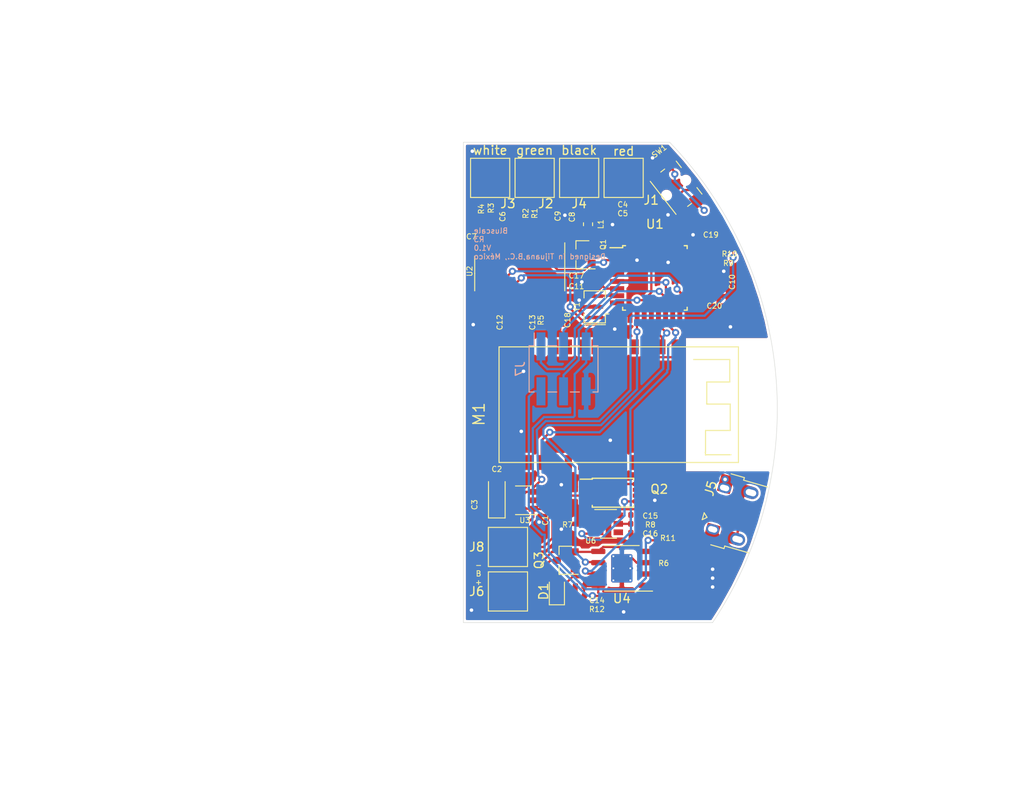
<source format=kicad_pcb>
(kicad_pcb (version 20171130) (host pcbnew 5.1.5+dfsg1-2build2)
  (title_block (title bluscale) (date 2019-12-10) (rev 1) (comment 1 "pcb bluetooth scale"))
  (layers (0 F.Cu signal) (31 B.Cu signal) (34 B.Paste user hide) (35 F.Paste user hide) (36 B.SilkS user) (37 F.SilkS user) (38 B.Mask user) (39 F.Mask user) (44 Edge.Cuts user))
  (net 0 "")
  (net 1 GND)
  (net 2 +5V)
  (net 3 "Net-(U2-Pad13)")
  (net 4 "Net-(C4-Pad1)")
  (net 5 "Net-(C6-Pad2)")
  (net 6 "Net-(C7-Pad2)")
  (net 7 "Net-(C7-Pad1)")
  (net 8 "Net-(C15-Pad2)")
  (net 9 -BATT)
  (net 10 "Net-(J2-Pad1)")
  (net 11 "Net-(J3-Pad1)")
  (net 12 "Net-(J5-Pad4)")
  (net 13 "Net-(J5-Pad3)")
  (net 14 "Net-(J5-Pad2)")
  (net 15 "Net-(L1-Pad2)")
  (net 16 "Net-(M1-PadPCM_SYNC)")
  (net 17 "Net-(M1-PadPCM_IN)")
  (net 18 "Net-(M1-PadPCM_OUT)")
  (net 19 "Net-(M1-PadUART_RTS)")
  (net 20 "Net-(M1-PadPCM_CLK)")
  (net 21 "Net-(M1-PadAIO0)")
  (net 22 "Net-(M1-PadAIO1)")
  (net 23 "Net-(M1-PadPIO6)")
  (net 24 "Net-(M1-PadPIO8)")
  (net 25 "Net-(M1-PadPIO7)")
  (net 26 "Net-(M1-PadPIO3)")
  (net 27 "Net-(M1-PadPIO2)")
  (net 28 "Net-(M1-PadPIO9)")
  (net 29 "Net-(M1-PadPIO10)")
  (net 30 "Net-(M1-PadPIO11)")
  (net 31 "Net-(M1-PadUSB_D-)")
  (net 32 "Net-(M1-PadSPI_CSB)")
  (net 33 "Net-(M1-PadSPI_MOSI)")
  (net 34 "Net-(M1-PadSPI_MISO)")
  (net 35 "Net-(M1-PadSPI_CLK)")
  (net 36 "Net-(M1-PadUSB_D+)")
  (net 37 "Net-(Q1-Pad1)")
  (net 38 "Net-(R1-Pad1)")
  (net 39 "Net-(R5-Pad2)")
  (net 40 "Net-(R6-Pad1)")
  (net 41 "Net-(R7-Pad1)")
  (net 42 /hx711clk)
  (net 43 "Net-(U1-Pad31)")
  (net 44 "Net-(U1-Pad30)")
  (net 45 "Net-(U1-Pad28)")
  (net 46 "Net-(U1-Pad27)")
  (net 47 "Net-(U1-Pad26)")
  (net 48 "Net-(U1-Pad25)")
  (net 49 "Net-(U1-Pad22)")
  (net 50 "Net-(U1-Pad19)")
  (net 51 "Net-(U1-Pad7)")
  (net 52 /hx711out)
  (net 53 "Net-(U6-Pad4)")
  (net 54 /D13)
  (net 55 /D12)
  (net 56 /D11)
  (net 57 "Net-(SW1-Pad1)")
  (net 58 /D8)
  (net 59 /D7)
  (net 60 /A1)
  (net 61 "Net-(J5-Pad6)")
  (net 62 "Net-(U1-Pad23)")
  (net 63 /XTAL2)
  (net 64 "Net-(C10-Pad1)")
  (net 65 "Net-(M1-PadPIO0)")
  (net 66 "Net-(M1-PadRESET)")
  (net 67 +BATT)
  (net 68 "Net-(Q2-Pad1)")
  (net 69 "Net-(Q2-Pad5)")
  (net 70 "Net-(Q2-Pad4)")
  (net 71 +3V8)
  (net 72 +2V8)
  (net 73 /RESET)
  (net 74 /D6)
  (net 75 /D10)
  (net 76 /D9)
  (net 77 "Net-(U3-Pad4)")
  (net 78 "Net-(C20-Pad1)")
  (net 79 "Net-(U4-Pad4)")
  (net 80 "Net-(U1-Pad1)")
  (module Button_Switch_SMD:Panasonic_EVQPUM_EVQPUD (layer F.Cu) (at 161.899 85.108 308)
    (fp_text reference SW1 (at -4.406289 -1.032705 218) (layer F.SilkS) (effects (font (size 0.6 0.6) (thickness 0.1))))
    (fp_text value EVQ-PUM02K)
    (pad "" np_thru_hole circle (at 0 -1.375 128) (size 0.75 0.75) (drill 0.75) (layers *.Cu *.Mask))
    (pad "" np_thru_hole circle (at 0 1.375 128) (size 0.75 0.75) (drill 0.75) (layers *.Cu *.Mask))
    (pad 1 smd rect (at 2.575 -0.85 128) (size 1.45 1) (layers F.Cu F.Paste F.Mask) (net 57 "Net-(SW1-Pad1)"))
    (pad 1 smd rect (at -2.575 -0.85 128) (size 1.45 1) (layers F.Cu F.Paste F.Mask) (net 57 "Net-(SW1-Pad1)"))
    (pad 2 smd rect (at -2.575 0.85 128) (size 1.45 1) (layers F.Cu F.Paste F.Mask) (net 1 GND))
    (pad 2 smd rect (at 2.575 0.85 128) (size 1.45 1) (layers F.Cu F.Paste F.Mask) (net 1 GND))
  )
  (module Connector_PinHeader_2.54mm:PinHeader_2x03_P2.54mm_Vertical_SMD (layer B.Cu) (at 149.25 105.475 270)
    (fp_text reference J7 (at 0 4.87 90) (layer B.SilkS) (effects (justify mirror)))
    (fp_text value Conn_02x03_Odd_Even)
    (pad 6 smd rect (at 2.525 -2.54 270) (size 3.15 1) (layers B.Cu B.Paste B.Mask) (net 1 GND))
    (pad 5 smd rect (at -2.525 -2.54 270) (size 3.15 1) (layers B.Cu B.Paste B.Mask) (net 73 /RESET))
    (pad 4 smd rect (at 2.525 0 270) (size 3.15 1) (layers B.Cu B.Paste B.Mask) (net 56 /D11))
    (pad 3 smd rect (at -2.525 0 270) (size 3.15 1) (layers B.Cu B.Paste B.Mask) (net 54 /D13))
    (pad 2 smd rect (at 2.525 2.54 270) (size 3.15 1) (layers B.Cu B.Paste B.Mask) (net 2 +5V))
    (pad 1 smd rect (at -2.525 2.54 270) (size 3.15 1) (layers B.Cu B.Paste B.Mask) (net 55 /D12))
  )
  (module Resistor_SMD:R_0402_1005Metric (layer F.Cu) (at 160.985 125.5 180)
    (fp_text reference R11 (at 0 1) (layer F.SilkS) (effects (font (size 0.6 0.6) (thickness 0.1))))
    (fp_text value 10k)
    (pad 2 smd roundrect (at 0.485 0 180) (size 0.59 0.64) (layers F.Cu F.Paste F.Mask) (net 73 /RESET))
    (pad 1 smd roundrect (at -0.485 0 180) (size 0.59 0.64) (layers F.Cu F.Paste F.Mask) (net 2 +5V))
  )
  (module Resistor_SMD:R_0402_1005Metric (layer F.Cu) (at 151.1 131 180)
    (fp_text reference R12 (at -1.9 -1.5) (layer F.SilkS) (effects (font (size 0.6 0.6) (thickness 0.1))))
    (fp_text value 10k)
    (pad 2 smd roundrect (at 0.485 0 180) (size 0.59 0.64) (layers F.Cu F.Paste F.Mask) (net 1 GND))
    (pad 1 smd roundrect (at -0.485 0 180) (size 0.59 0.64) (layers F.Cu F.Paste F.Mask) (net 2 +5V))
  )
  (module Resistor_SMD:R_0402_1005Metric (layer F.Cu) (at 157.285 122.9 180)
    (fp_text reference R8 (at -1.715 -0.1) (layer F.SilkS) (effects (font (size 0.6 0.6) (thickness 0.1))))
    (fp_text value 100ohms)
    (pad 2 smd roundrect (at 0.485 0 180) (size 0.59 0.64) (layers F.Cu F.Paste F.Mask) (net 8 "Net-(C15-Pad2)"))
    (pad 1 smd roundrect (at -0.485 0 180) (size 0.59 0.64) (layers F.Cu F.Paste F.Mask) (net 67 +BATT))
  )
  (module Resistor_SMD:R_0402_1005Metric (layer F.Cu) (at 151.315 122.9 180)
    (fp_text reference R7 (at 1.615 -0.1) (layer F.SilkS) (effects (font (size 0.6 0.6) (thickness 0.1))))
    (fp_text value 1k)
    (pad 2 smd roundrect (at 0.485 0 180) (size 0.59 0.64) (layers F.Cu F.Paste F.Mask) (net 1 GND))
    (pad 1 smd roundrect (at -0.485 0 180) (size 0.59 0.64) (layers F.Cu F.Paste F.Mask) (net 41 "Net-(R7-Pad1)"))
  )
  (module Resistor_SMD:R_0402_1005Metric (layer F.Cu) (at 160.5 128.5)
    (fp_text reference R6 (at 0 -1.17) (layer F.SilkS) (effects (font (size 0.6 0.6) (thickness 0.1))))
    (fp_text value 1.2k)
    (pad 2 smd roundrect (at 0.485 0) (size 0.59 0.64) (layers F.Cu F.Paste F.Mask) (net 1 GND))
    (pad 1 smd roundrect (at -0.485 0) (size 0.59 0.64) (layers F.Cu F.Paste F.Mask) (net 40 "Net-(R6-Pad1)"))
  )
  (module Resistor_SMD:R_0402_1005Metric (layer F.Cu) (at 147.5 100 90)
    (fp_text reference R5 (at 0 -0.8 90) (layer F.SilkS) (effects (font (size 0.6 0.6) (thickness 0.1))))
    (fp_text value 10k)
    (pad 2 smd roundrect (at 0.485 0 90) (size 0.59 0.64) (layers F.Cu F.Paste F.Mask) (net 39 "Net-(R5-Pad2)"))
    (pad 1 smd roundrect (at -0.485 0 90) (size 0.59 0.64) (layers F.Cu F.Paste F.Mask) (net 72 +2V8))
  )
  (module Resistor_SMD:R_0402_1005Metric (layer F.Cu) (at 140 89.015 90)
    (fp_text reference R4 (at 1.515 0 90) (layer F.SilkS) (effects (font (size 0.6 0.6) (thickness 0.1))))
    (fp_text value 100ohms)
    (pad 2 smd roundrect (at 0.485 0 90) (size 0.59 0.64) (layers F.Cu F.Paste F.Mask) (net 11 "Net-(J3-Pad1)"))
    (pad 1 smd roundrect (at -0.485 0 90) (size 0.59 0.64) (layers F.Cu F.Paste F.Mask) (net 6 "Net-(C7-Pad2)"))
  )
  (module Resistor_SMD:R_0402_1005Metric (layer F.Cu) (at 141 89.015 90)
    (fp_text reference R3 (at 1.615 0.1 90) (layer F.SilkS) (effects (font (size 0.6 0.6) (thickness 0.1))))
    (fp_text value 100ohms)
    (pad 2 smd roundrect (at 0.485 0 90) (size 0.59 0.64) (layers F.Cu F.Paste F.Mask) (net 10 "Net-(J2-Pad1)"))
    (pad 1 smd roundrect (at -0.485 0 90) (size 0.59 0.64) (layers F.Cu F.Paste F.Mask) (net 7 "Net-(C7-Pad1)"))
  )
  (module Resistor_SMD:R_0402_1005Metric (layer F.Cu) (at 145 90.115 90)
    (fp_text reference R2 (at 2.115 0 90) (layer F.SilkS) (effects (font (size 0.6 0.6) (thickness 0.1))))
    (fp_text value 8.2k)
    (pad 2 smd roundrect (at 0.485 0 90) (size 0.59 0.64) (layers F.Cu F.Paste F.Mask) (net 1 GND))
    (pad 1 smd roundrect (at -0.485 0 90) (size 0.59 0.64) (layers F.Cu F.Paste F.Mask) (net 38 "Net-(R1-Pad1)"))
  )
  (module Resistor_SMD:R_0402_1005Metric (layer F.Cu) (at 146.2 90.115 270)
    (fp_text reference R1 (at -2.115 0.2 90) (layer F.SilkS) (effects (font (size 0.6 0.6) (thickness 0.1))))
    (fp_text value 20k)
    (pad 2 smd roundrect (at 0.485 0 270) (size 0.59 0.64) (layers F.Cu F.Paste F.Mask) (net 15 "Net-(L1-Pad2)"))
    (pad 1 smd roundrect (at -0.485 0 270) (size 0.59 0.64) (layers F.Cu F.Paste F.Mask) (net 38 "Net-(R1-Pad1)"))
  )
  (module Capacitor_SMD:C_0402_1005Metric (layer F.Cu) (at 153 95)
    (fp_text reference C17 (at -2.3 0) (layer F.SilkS) (effects (font (size 0.6 0.6) (thickness 0.1))))
    (fp_text value "10uF 6.3V")
    (pad 2 smd roundrect (at 0.485 0) (size 0.59 0.64) (layers F.Cu F.Paste F.Mask) (net 72 +2V8))
    (pad 1 smd roundrect (at -0.485 0) (size 0.59 0.64) (layers F.Cu F.Paste F.Mask) (net 1 GND))
  )
  (module Capacitor_SMD:C_0402_1005Metric (layer F.Cu) (at 157.3 123.9)
    (fp_text reference C16 (at 1.7 0.1) (layer F.SilkS) (effects (font (size 0.6 0.6) (thickness 0.1))))
    (fp_text value "10uF 6.3V")
    (pad 2 smd roundrect (at 0.485 0) (size 0.59 0.64) (layers F.Cu F.Paste F.Mask) (net 67 +BATT))
    (pad 1 smd roundrect (at -0.485 0) (size 0.59 0.64) (layers F.Cu F.Paste F.Mask) (net 1 GND))
  )
  (module Capacitor_SMD:C_0402_1005Metric (layer F.Cu) (at 143.25 100.25 90)
    (fp_text reference C12 (at 0 -1.17 90) (layer F.SilkS) (effects (font (size 0.6 0.6) (thickness 0.1))))
    (fp_text value "10uF 6.3V")
    (pad 2 smd roundrect (at 0.485 0 90) (size 0.59 0.64) (layers F.Cu F.Paste F.Mask) (net 1 GND))
    (pad 1 smd roundrect (at -0.485 0 90) (size 0.59 0.64) (layers F.Cu F.Paste F.Mask) (net 72 +2V8))
  )
  (module Capacitor_SMD:C_0402_1005Metric (layer F.Cu) (at 148.8 89.915 270)
    (fp_text reference C9 (at -1.615 0.2 90) (layer F.SilkS) (effects (font (size 0.6 0.6) (thickness 0.1))))
    (fp_text value "10uF 6.3V")
    (pad 2 smd roundrect (at 0.485 0 270) (size 0.59 0.64) (layers F.Cu F.Paste F.Mask) (net 71 +3V8))
    (pad 1 smd roundrect (at -0.485 0 270) (size 0.59 0.64) (layers F.Cu F.Paste F.Mask) (net 1 GND))
  )
  (module Capacitor_SMD:C_0402_1005Metric (layer F.Cu) (at 154 88)
    (fp_text reference C5 (at 1.9 0) (layer F.SilkS) (effects (font (size 0.6 0.6) (thickness 0.1))))
    (fp_text value "10uF 6.3V")
    (pad 2 smd roundrect (at 0.485 0) (size 0.59 0.64) (layers F.Cu F.Paste F.Mask) (net 1 GND))
    (pad 1 smd roundrect (at -0.485 0) (size 0.59 0.64) (layers F.Cu F.Paste F.Mask) (net 4 "Net-(C4-Pad1)"))
  )
  (module Capacitor_SMD:C_0402_1005Metric (layer F.Cu) (at 147.25 120.75 90)
    (fp_text reference C1 (at -1.75 -0.05 90) (layer F.SilkS) (effects (font (size 0.6 0.6) (thickness 0.1))))
    (fp_text value "10uF 6.3V")
    (pad 2 smd roundrect (at 0.485 0 90) (size 0.59 0.64) (layers F.Cu F.Paste F.Mask) (net 1 GND))
    (pad 1 smd roundrect (at -0.485 0 90) (size 0.59 0.64) (layers F.Cu F.Paste F.Mask) (net 71 +3V8))
  )
  (module Capacitor_SMD:C_0402_1005Metric (layer F.Cu) (at 157.3 121.9 180)
    (fp_text reference C15 (at -1.7 -0.1) (layer F.SilkS) (effects (font (size 0.6 0.6) (thickness 0.1))))
    (fp_text value ".1uF 6.3V")
    (pad 2 smd roundrect (at 0.485 0 180) (size 0.59 0.64) (layers F.Cu F.Paste F.Mask) (net 8 "Net-(C15-Pad2)"))
    (pad 1 smd roundrect (at -0.485 0 180) (size 0.59 0.64) (layers F.Cu F.Paste F.Mask) (net 9 -BATT))
  )
  (module Capacitor_SMD:C_0402_1005Metric (layer F.Cu) (at 151.065 129.9 180)
    (fp_text reference C14 (at -1.935 -1.6) (layer F.SilkS) (effects (font (size 0.6 0.6) (thickness 0.1))))
    (fp_text value ".1uF 6.3V")
    (pad 2 smd roundrect (at 0.485 0 180) (size 0.59 0.64) (layers F.Cu F.Paste F.Mask) (net 1 GND))
    (pad 1 smd roundrect (at -0.485 0 180) (size 0.59 0.64) (layers F.Cu F.Paste F.Mask) (net 2 +5V))
  )
  (module Capacitor_SMD:C_0402_1005Metric (layer F.Cu) (at 144.5 100.265 90)
    (fp_text reference C13 (at 0.015 1.25 90) (layer F.SilkS) (effects (font (size 0.6 0.6) (thickness 0.1))))
    (fp_text value ".1uF 6.3V")
    (pad 2 smd roundrect (at 0.485 0 90) (size 0.59 0.64) (layers F.Cu F.Paste F.Mask) (net 1 GND))
    (pad 1 smd roundrect (at -0.485 0 90) (size 0.59 0.64) (layers F.Cu F.Paste F.Mask) (net 72 +2V8))
  )
  (module TestPoint:TestPoint_Pad_4.0x4.0mm (layer F.Cu) (at 143 125.5)
    (fp_text reference J8 (at -3.5 0) (layer F.SilkS))
    (fp_text value black)
    (pad 1 smd rect (at 0 0) (size 4 4) (layers F.Cu F.Mask) (net 9 -BATT))
  )
  (module TestPoint:TestPoint_Pad_4.0x4.0mm (layer F.Cu) (at 143 130.5)
    (fp_text reference J6 (at -3.5 0) (layer F.SilkS))
    (fp_text value red)
    (pad 1 smd rect (at 0 0) (size 4 4) (layers F.Cu F.Mask) (net 67 +BATT))
  )
  (module Capacitor_SMD:C_0402_1005Metric (layer F.Cu) (at 149.8 89.915 270)
    (fp_text reference C8 (at -1.515 -0.4 90) (layer F.SilkS) (effects (font (size 0.6 0.6) (thickness 0.1))))
    (fp_text value ".1uF 6.3V")
    (pad 2 smd roundrect (at 0.485 0 270) (size 0.59 0.64) (layers F.Cu F.Paste F.Mask) (net 71 +3V8))
    (pad 1 smd roundrect (at -0.485 0 270) (size 0.59 0.64) (layers F.Cu F.Paste F.Mask) (net 1 GND))
  )
  (module Capacitor_SMD:C_0402_1005Metric (layer F.Cu) (at 148.75 100 90)
    (fp_text reference C18 (at 0 0.95 90) (layer F.SilkS) (effects (font (size 0.6 0.6) (thickness 0.1))))
    (fp_text value ".1uF 6.3V")
    (pad 2 smd roundrect (at 0.485 0 90) (size 0.59 0.64) (layers F.Cu F.Paste F.Mask) (net 72 +2V8))
    (pad 1 smd roundrect (at -0.485 0 90) (size 0.59 0.64) (layers F.Cu F.Paste F.Mask) (net 1 GND))
  )
  (module Package_SO:HTSOP-8-1EP_3.9x4.9mm_P1.27mm_EP2.4x3.2mm_ThermalVias (layer F.Cu) (at 155.8 127.9 180)
    (fp_text reference U4 (at 0 -3.4) (layer F.SilkS))
    (fp_text value TP4056-42-SOP8-PP)
    (pad 8 smd roundrect (at 2.65 -1.905 180) (size 1.6 0.6) (layers F.Cu F.Paste F.Mask) (net 2 +5V))
    (pad 7 smd roundrect (at 2.65 -0.635 180) (size 1.6 0.6) (layers F.Cu F.Paste F.Mask) (net 75 /D10))
    (pad 6 smd roundrect (at 2.65 0.635 180) (size 1.6 0.6) (layers F.Cu F.Paste F.Mask) (net 74 /D6))
    (pad 5 smd roundrect (at 2.65 1.905 180) (size 1.6 0.6) (layers F.Cu F.Paste F.Mask) (net 67 +BATT))
    (pad 4 smd roundrect (at -2.65 1.905 180) (size 1.6 0.6) (layers F.Cu F.Paste F.Mask) (net 79 "Net-(U4-Pad4)"))
    (pad 3 smd roundrect (at -2.65 0.635 180) (size 1.6 0.6) (layers F.Cu F.Paste F.Mask) (net 1 GND))
    (pad 2 smd roundrect (at -2.65 -0.635 180) (size 1.6 0.6) (layers F.Cu F.Paste F.Mask) (net 40 "Net-(R6-Pad1)"))
    (pad 1 smd roundrect (at -2.65 -1.905 180) (size 1.6 0.6) (layers F.Cu F.Paste F.Mask) (net 1 GND))
    (pad 9 smd roundrect (at 0 0 180) (size 2.4 3.2) (layers B.Cu) (roundrect_rratio 0.104167) (net 1 GND))
    (pad 9 thru_hole circle (at 0.95 1.35 180) (size 0.5 0.5) (drill 0.2) (layers *.Cu) (net 1 GND))
    (pad 9 thru_hole circle (at -0.95 1.35 180) (size 0.5 0.5) (drill 0.2) (layers *.Cu) (net 1 GND))
    (pad 9 thru_hole circle (at 0.95 0 180) (size 0.5 0.5) (drill 0.2) (layers *.Cu) (net 1 GND))
    (pad 9 thru_hole circle (at -0.95 0 180) (size 0.5 0.5) (drill 0.2) (layers *.Cu) (net 1 GND))
    (pad 9 thru_hole circle (at 0.95 -1.35 180) (size 0.5 0.5) (drill 0.2) (layers *.Cu) (net 1 GND))
    (pad 9 thru_hole circle (at -0.95 -1.35 180) (size 0.5 0.5) (drill 0.2) (layers *.Cu) (net 1 GND))
    (pad 9 smd roundrect (at 0 0 180) (size 2.4 3.2) (layers F.Cu F.Mask) (roundrect_rratio 0.104167) (net 1 GND))
  )
  (module Package_SO:SOIC-16_3.9x9.9mm_P1.27mm (layer F.Cu) (at 144.325 94.75 270)
    (fp_text reference U2 (at -0.25 5.625 90) (layer F.SilkS) (effects (font (size 0.6 0.6) (thickness 0.1))))
    (fp_text value HX711)
    (pad 16 smd roundrect (at 2.475 -4.445 270) (size 1.95 0.6) (layers F.Cu F.Paste F.Mask) (net 72 +2V8))
    (pad 15 smd roundrect (at 2.475 -3.175 270) (size 1.95 0.6) (layers F.Cu F.Paste F.Mask) (net 39 "Net-(R5-Pad2)"))
    (pad 14 smd roundrect (at 2.475 -1.905 270) (size 1.95 0.6) (layers F.Cu F.Paste F.Mask) (net 1 GND))
    (pad 13 smd roundrect (at 2.475 -0.635 270) (size 1.95 0.6) (layers F.Cu F.Paste F.Mask) (net 3 "Net-(U2-Pad13)"))
    (pad 12 smd roundrect (at 2.475 0.635 270) (size 1.95 0.6) (layers F.Cu F.Paste F.Mask) (net 52 /hx711out))
    (pad 11 smd roundrect (at 2.475 1.905 270) (size 1.95 0.6) (layers F.Cu F.Paste F.Mask) (net 42 /hx711clk))
    (pad 10 smd roundrect (at 2.475 3.175 270) (size 1.95 0.6) (layers F.Cu F.Paste F.Mask) (net 1 GND))
    (pad 9 smd roundrect (at 2.475 4.445 270) (size 1.95 0.6) (layers F.Cu F.Paste F.Mask) (net 1 GND))
    (pad 8 smd roundrect (at -2.475 4.445 270) (size 1.95 0.6) (layers F.Cu F.Paste F.Mask) (net 6 "Net-(C7-Pad2)"))
    (pad 7 smd roundrect (at -2.475 3.175 270) (size 1.95 0.6) (layers F.Cu F.Paste F.Mask) (net 7 "Net-(C7-Pad1)"))
    (pad 6 smd roundrect (at -2.475 1.905 270) (size 1.95 0.6) (layers F.Cu F.Paste F.Mask) (net 5 "Net-(C6-Pad2)"))
    (pad 5 smd roundrect (at -2.475 0.635 270) (size 1.95 0.6) (layers F.Cu F.Paste F.Mask) (net 1 GND))
    (pad 4 smd roundrect (at -2.475 -0.635 270) (size 1.95 0.6) (layers F.Cu F.Paste F.Mask) (net 38 "Net-(R1-Pad1)"))
    (pad 3 smd roundrect (at -2.475 -1.905 270) (size 1.95 0.6) (layers F.Cu F.Paste F.Mask) (net 15 "Net-(L1-Pad2)"))
    (pad 2 smd roundrect (at -2.475 -3.175 270) (size 1.95 0.6) (layers F.Cu F.Paste F.Mask) (net 37 "Net-(Q1-Pad1)"))
    (pad 1 smd roundrect (at -2.475 -4.445 270) (size 1.95 0.6) (layers F.Cu F.Paste F.Mask) (net 71 +3V8))
  )
  (module Capacitor_Tantalum_SMD:CP_EIA-3216-10_Kemet-I_Pad1.58x1.35mm_HandSolder (layer F.Cu) (at 141.75 119.75 90)
    (fp_text reference C2 (at 3 0 180) (layer F.SilkS) (effects (font (size 0.6 0.6) (thickness 0.1))))
    (fp_text value "10uF 6.3V")
    (pad 2 smd roundrect (at 1.4375 0 90) (size 1.575 1.35) (layers F.Cu F.Paste F.Mask) (roundrect_rratio 0.185185) (net 1 GND))
    (pad 1 smd roundrect (at -1.4375 0 90) (size 1.575 1.35) (layers F.Cu F.Paste F.Mask) (roundrect_rratio 0.185185) (net 72 +2V8))
  )
  (module Capacitor_SMD:C_0402_1005Metric (layer F.Cu) (at 166.197099 97.3)
    (fp_text reference C20 (at 0.002901 1.1) (layer F.SilkS) (effects (font (size 0.6 0.6) (thickness 0.1))))
    (fp_text value ".1uF 6.3V")
    (pad 2 smd roundrect (at 0.485 0) (size 0.59 0.64) (layers F.Cu F.Paste F.Mask) (net 1 GND))
    (pad 1 smd roundrect (at -0.485 0) (size 0.59 0.64) (layers F.Cu F.Paste F.Mask) (net 78 "Net-(C20-Pad1)"))
  )
  (module Diode_SMD:D_SOD-323 (layer F.Cu) (at 148.5 130.5 90)
    (fp_text reference D1 (at 0 -1.5 90) (layer F.SilkS))
    (fp_text value BAT54HT1G)
    (pad 2 smd rect (at 1.05 0 90) (size 0.6 0.45) (layers F.Cu F.Paste F.Mask) (net 2 +5V))
    (pad 1 smd rect (at -1.05 0 90) (size 0.6 0.45) (layers F.Cu F.Paste F.Mask) (net 71 +3V8))
  )
  (module footprints:BLE-HM-10 (layer F.Cu) (at 142 103 270)
    (fp_text reference M1 (at 9 3 90) (layer F.SilkS) (effects (font (size 1.27 1.27)) (justify left top)))
    (fp_text value HM-10S-B hide)
    (pad GND1 smd rect (at 0 -1.79 270) (size 1.6764 0.8128) (layers F.Cu F.Paste F.Mask) (net 1 GND))
    (pad 3.3V smd rect (at 0 -3.29 270) (size 1.6764 0.8128) (layers F.Cu F.Paste F.Mask) (net 72 +2V8))
    (pad RESET smd rect (at 0 -4.79 270) (size 1.6764 0.8128) (layers F.Cu F.Paste F.Mask) (net 66 "Net-(M1-PadRESET)"))
    (pad PCM_SYNC smd rect (at 0 -9.29 270) (size 1.6764 0.8128) (layers F.Cu F.Paste F.Mask) (net 16 "Net-(M1-PadPCM_SYNC)"))
    (pad PCM_IN smd rect (at 0 -10.79 270) (size 1.6764 0.8128) (layers F.Cu F.Paste F.Mask) (net 17 "Net-(M1-PadPCM_IN)"))
    (pad PCM_OUT smd rect (at 0 -12.29 270) (size 1.6764 0.8128) (layers F.Cu F.Paste F.Mask) (net 18 "Net-(M1-PadPCM_OUT)"))
    (pad UART_RTS smd rect (at 0 -15.29 270) (size 1.6764 0.8128) (layers F.Cu F.Paste F.Mask) (net 19 "Net-(M1-PadUART_RTS)"))
    (pad PCM_CLK smd rect (at 0 -13.79 270) (size 1.6764 0.8128) (layers F.Cu F.Paste F.Mask) (net 20 "Net-(M1-PadPCM_CLK)"))
    (pad AIO0 smd rect (at 0 -7.79 270) (size 1.6764 0.8128) (layers F.Cu F.Paste F.Mask) (net 21 "Net-(M1-PadAIO0)"))
    (pad AIO1 smd rect (at 0 -6.29 270) (size 1.6764 0.8128) (layers F.Cu F.Paste F.Mask) (net 22 "Net-(M1-PadAIO1)"))
    (pad UART_CTS smd rect (at 0 -16.79 270) (size 1.6764 0.8128) (layers F.Cu F.Paste F.Mask) (net 1 GND))
    (pad UART_RX smd rect (at 0 -18.29 270) (size 1.6764 0.8128) (layers F.Cu F.Paste F.Mask) (net 58 /D8))
    (pad UART_TX smd rect (at 0 -19.79 270) (size 1.6764 0.8128) (layers F.Cu F.Paste F.Mask) (net 59 /D7))
    (pad GND4 smd rect (at 13 -1.79 270) (size 1.6764 0.8128) (layers F.Cu F.Paste F.Mask) (net 1 GND))
    (pad PIO0 smd rect (at 13 -3.29 270) (size 1.6764 0.8128) (layers F.Cu F.Paste F.Mask) (net 65 "Net-(M1-PadPIO0)"))
    (pad PIO1 smd rect (at 13 -4.79 270) (size 1.6764 0.8128) (layers F.Cu F.Paste F.Mask) (net 76 /D9))
    (pad PIO4 smd rect (at 13 -9.29 270) (size 1.6764 0.8128) (layers F.Cu F.Paste F.Mask) (net 1 GND))
    (pad PIO5 smd rect (at 13 -10.79 270) (size 1.6764 0.8128) (layers F.Cu F.Paste F.Mask) (net 1 GND))
    (pad PIO6 smd rect (at 13 -12.29 270) (size 1.6764 0.8128) (layers F.Cu F.Paste F.Mask) (net 23 "Net-(M1-PadPIO6)"))
    (pad PIO8 smd rect (at 13 -15.29 270) (size 1.6764 0.8128) (layers F.Cu F.Paste F.Mask) (net 24 "Net-(M1-PadPIO8)"))
    (pad PIO7 smd rect (at 13 -13.79 270) (size 1.6764 0.8128) (layers F.Cu F.Paste F.Mask) (net 25 "Net-(M1-PadPIO7)"))
    (pad PIO3 smd rect (at 13 -7.79 270) (size 1.6764 0.8128) (layers F.Cu F.Paste F.Mask) (net 26 "Net-(M1-PadPIO3)"))
    (pad PIO2 smd rect (at 13 -6.29 270) (size 1.6764 0.8128) (layers F.Cu F.Paste F.Mask) (net 27 "Net-(M1-PadPIO2)"))
    (pad PIO9 smd rect (at 13 -16.79 270) (size 1.6764 0.8128) (layers F.Cu F.Paste F.Mask) (net 28 "Net-(M1-PadPIO9)"))
    (pad PIO10 smd rect (at 13 -18.29 270) (size 1.6764 0.8128) (layers F.Cu F.Paste F.Mask) (net 29 "Net-(M1-PadPIO10)"))
    (pad PIO11 smd rect (at 13 -19.79 270) (size 1.6764 0.8128) (layers F.Cu F.Paste F.Mask) (net 30 "Net-(M1-PadPIO11)"))
    (pad USB_D- smd rect (at 2.77 0) (size 1.6764 0.8128) (layers F.Cu F.Paste F.Mask) (net 31 "Net-(M1-PadUSB_D-)"))
    (pad GND2 smd rect (at 1.27 0) (size 1.6764 0.8128) (layers F.Cu F.Paste F.Mask) (net 1 GND))
    (pad SPI_CSB smd rect (at 4.27 0) (size 1.6764 0.8128) (layers F.Cu F.Paste F.Mask) (net 32 "Net-(M1-PadSPI_CSB)"))
    (pad SPI_MOSI smd rect (at 5.77 0) (size 1.6764 0.8128) (layers F.Cu F.Paste F.Mask) (net 33 "Net-(M1-PadSPI_MOSI)"))
    (pad SPI_MISO smd rect (at 7.27 0) (size 1.6764 0.8128) (layers F.Cu F.Paste F.Mask) (net 34 "Net-(M1-PadSPI_MISO)"))
    (pad SPI_CLK smd rect (at 8.77 0) (size 1.6764 0.8128) (layers F.Cu F.Paste F.Mask) (net 35 "Net-(M1-PadSPI_CLK)"))
    (pad USB_D+ smd rect (at 10.27 0) (size 1.6764 0.8128) (layers F.Cu F.Paste F.Mask) (net 36 "Net-(M1-PadUSB_D+)"))
    (pad GND3 smd rect (at 11.77 0) (size 1.6764 0.8128) (layers F.Cu F.Paste F.Mask) (net 1 GND))
  )
  (module Package_SO:TSSOP-8_4.4x3mm_P0.65mm (layer F.Cu) (at 154.8 119.4)
    (fp_text reference Q2 (at 5.2 -0.4) (layer F.SilkS))
    (fp_text value FS8205A)
    (pad 8 smd rect (at 2.95 -0.975) (size 1.45 0.45) (layers F.Cu F.Paste F.Mask) (net 68 "Net-(Q2-Pad1)"))
    (pad 7 smd rect (at 2.95 -0.325) (size 1.45 0.45) (layers F.Cu F.Paste F.Mask) (net 1 GND))
    (pad 6 smd rect (at 2.95 0.325) (size 1.45 0.45) (layers F.Cu F.Paste F.Mask) (net 1 GND))
    (pad 5 smd rect (at 2.95 0.975) (size 1.45 0.45) (layers F.Cu F.Paste F.Mask) (net 69 "Net-(Q2-Pad5)"))
    (pad 4 smd rect (at -2.95 0.975) (size 1.45 0.45) (layers F.Cu F.Paste F.Mask) (net 70 "Net-(Q2-Pad4)"))
    (pad 3 smd rect (at -2.95 0.325) (size 1.45 0.45) (layers F.Cu F.Paste F.Mask) (net 9 -BATT))
    (pad 2 smd rect (at -2.95 -0.325) (size 1.45 0.45) (layers F.Cu F.Paste F.Mask) (net 9 -BATT))
    (pad 1 smd rect (at -2.95 -0.975) (size 1.45 0.45) (layers F.Cu F.Paste F.Mask) (net 68 "Net-(Q2-Pad1)"))
  )
  (module Package_TO_SOT_SMD:SOT-23 (layer F.Cu) (at 149.5 127 180)
    (fp_text reference Q3 (at 3 0 270) (layer F.SilkS))
    (fp_text value FDN340P)
    (pad 3 smd rect (at 1 0 180) (size 0.9 0.8) (layers F.Cu F.Paste F.Mask) (net 71 +3V8))
    (pad 2 smd rect (at -1 0.95 180) (size 0.9 0.8) (layers F.Cu F.Paste F.Mask) (net 67 +BATT))
    (pad 1 smd rect (at -1 -0.95 180) (size 0.9 0.8) (layers F.Cu F.Paste F.Mask) (net 2 +5V))
  )
  (module Capacitor_SMD:C_0402_1005Metric (layer F.Cu) (at 154 87)
    (fp_text reference C4 (at 1.9 0 180) (layer F.SilkS) (effects (font (size 0.6 0.6) (thickness 0.1))))
    (fp_text value ".1uF 6.3V")
    (pad 2 smd roundrect (at 0.485 0) (size 0.59 0.64) (layers F.Cu F.Paste F.Mask) (net 1 GND))
    (pad 1 smd roundrect (at -0.485 0) (size 0.59 0.64) (layers F.Cu F.Paste F.Mask) (net 4 "Net-(C4-Pad1)"))
  )
  (module Resistor_SMD:R_0402_1005Metric (layer F.Cu) (at 165.812099 93.55 180)
    (fp_text reference R9 (at -1.9625 -0.05) (layer F.SilkS) (effects (font (size 0.6 0.6) (thickness 0.1))))
    (fp_text value 10M)
    (pad 2 smd roundrect (at 0.485 0 180) (size 0.59 0.64) (layers F.Cu F.Paste F.Mask) (net 60 /A1))
    (pad 1 smd roundrect (at -0.485 0 180) (size 0.59 0.64) (layers F.Cu F.Paste F.Mask) (net 71 +3V8))
  )
  (module Capacitor_SMD:C_0402_1005Metric (layer F.Cu) (at 140.5 90.5 180)
    (fp_text reference C7 (at 1.6 -0.1) (layer F.SilkS) (effects (font (size 0.6 0.6) (thickness 0.1))))
    (fp_text value ".1uF 6.3V")
    (pad 2 smd roundrect (at 0.485 0 180) (size 0.59 0.64) (layers F.Cu F.Paste F.Mask) (net 6 "Net-(C7-Pad2)"))
    (pad 1 smd roundrect (at -0.485 0 180) (size 0.59 0.64) (layers F.Cu F.Paste F.Mask) (net 7 "Net-(C7-Pad1)"))
  )
  (module Resistor_SMD:R_0402_1005Metric (layer F.Cu) (at 165.812099 92.55)
    (fp_text reference R10 (at 2.087901 0) (layer F.SilkS) (effects (font (size 0.6 0.6) (thickness 0.1))))
    (fp_text value 3M48)
    (pad 2 smd roundrect (at 0.485 0) (size 0.59 0.64) (layers F.Cu F.Paste F.Mask) (net 1 GND))
    (pad 1 smd roundrect (at -0.485 0) (size 0.59 0.64) (layers F.Cu F.Paste F.Mask) (net 60 /A1))
  )
  (module TestPoint:TestPoint_Pad_4.0x4.0mm (layer F.Cu) (at 151 84 180)
    (fp_text reference J4 (at 0 -2.898) (layer F.SilkS))
    (fp_text value black (at 0 3.1) (layer F.SilkS))
    (pad 1 smd rect (at 0 0 180) (size 4 4) (layers F.Cu F.Mask) (net 1 GND))
  )
  (module Capacitor_SMD:C_0402_1005Metric (layer F.Cu) (at 153 96 180)
    (fp_text reference C11 (at 2.3 -0.2) (layer F.SilkS) (effects (font (size 0.6 0.6) (thickness 0.1))))
    (fp_text value ".1uF 6.3V")
    (pad 1 smd roundrect (at -0.485 0 180) (size 0.59 0.64) (layers F.Cu F.Paste F.Mask) (net 72 +2V8))
    (pad 2 smd roundrect (at 0.485 0 180) (size 0.59 0.64) (layers F.Cu F.Paste F.Mask) (net 1 GND))
  )
  (module TestPoint:TestPoint_Pad_4.0x4.0mm (layer F.Cu) (at 156 84 180)
    (fp_text reference J1 (at -3.1 -2.5) (layer F.SilkS))
    (fp_text value red (at 0 3 180) (layer F.SilkS))
    (pad 1 smd rect (at 0 0 180) (size 4 4) (layers F.Cu F.Mask) (net 4 "Net-(C4-Pad1)"))
  )
  (module Connector_USB:USB_Micro-B_Amphenol_10103594-0001LF_Horizontal (layer F.Cu) (at 168.491767 121.684 74)
    (fp_text reference J5 (at 1.925 -3.365 74) (layer F.SilkS))
    (fp_text value USB_B_Micro)
    (pad 6 smd rect (at 0.935 1.385 164) (size 2.5 1.43) (layers F.Cu F.Paste F.Mask) (net 61 "Net-(J5-Pad6)"))
    (pad 6 smd rect (at -0.985 1.385 164) (size 2.5 1.43) (layers F.Cu F.Paste F.Mask) (net 61 "Net-(J5-Pad6)"))
    (pad 6 thru_hole oval (at 2.705 1.115 164) (size 1.7 1.35) (drill oval 1.2 0.7) (layers *.Cu *.Mask) (net 61 "Net-(J5-Pad6)"))
    (pad 6 thru_hole oval (at -2.755 1.115 164) (size 1.7 1.35) (drill oval 1.2 0.7) (layers *.Cu *.Mask) (net 61 "Net-(J5-Pad6)"))
    (pad 6 thru_hole oval (at 2.395 -1.885 164) (size 1.5 1.1) (drill oval 1.05 0.65) (layers *.Cu *.Mask) (net 61 "Net-(J5-Pad6)"))
    (pad 6 thru_hole oval (at -2.445 -1.885 164) (size 1.5 1.1) (drill oval 1.05 0.65) (layers *.Cu *.Mask) (net 61 "Net-(J5-Pad6)"))
    (pad 5 smd rect (at 1.275 -1.765 164) (size 1.65 0.4) (layers F.Cu F.Paste F.Mask) (net 1 GND))
    (pad 4 smd rect (at 0.625 -1.765 164) (size 1.65 0.4) (layers F.Cu F.Paste F.Mask) (net 12 "Net-(J5-Pad4)"))
    (pad 3 smd rect (at -0.025 -1.765 164) (size 1.65 0.4) (layers F.Cu F.Paste F.Mask) (net 13 "Net-(J5-Pad3)"))
    (pad 2 smd rect (at -0.675 -1.765 164) (size 1.65 0.4) (layers F.Cu F.Paste F.Mask) (net 14 "Net-(J5-Pad2)"))
    (pad 1 smd rect (at -1.325 -1.765 164) (size 1.65 0.4) (layers F.Cu F.Paste F.Mask) (net 2 +5V))
    (pad 6 smd rect (at 2.875 -1.885 74) (size 2 1.5) (layers F.Cu F.Paste F.Mask) (net 61 "Net-(J5-Pad6)"))
    (pad 6 smd rect (at -2.875 -1.865 74) (size 2 1.5) (layers F.Cu F.Paste F.Mask) (net 61 "Net-(J5-Pad6)"))
    (pad 6 smd rect (at 2.975 -0.565 74) (size 1.825 0.7) (layers F.Cu F.Paste F.Mask) (net 61 "Net-(J5-Pad6)"))
    (pad 6 smd rect (at -2.975 -0.565 74) (size 1.825 0.7) (layers F.Cu F.Paste F.Mask) (net 61 "Net-(J5-Pad6)"))
    (pad 6 smd rect (at -2.755 0.185 74) (size 1.35 2) (layers F.Cu F.Paste F.Mask) (net 61 "Net-(J5-Pad6)"))
    (pad 6 smd rect (at 2.725 0.185 74) (size 1.35 2) (layers F.Cu F.Paste F.Mask) (net 61 "Net-(J5-Pad6)"))
  )
  (module TestPoint:TestPoint_Pad_4.0x4.0mm (layer F.Cu) (at 146 84 180)
    (fp_text reference J2 (at -1.25 -2.898) (layer F.SilkS))
    (fp_text value green (at 0 3.1) (layer F.SilkS))
    (pad 1 smd rect (at 0 0 180) (size 4 4) (layers F.Cu F.Mask) (net 10 "Net-(J2-Pad1)"))
  )
  (module TestPoint:TestPoint_Pad_4.0x4.0mm (layer F.Cu) (at 141 84 180)
    (fp_text reference J3 (at -2 -2.898) (layer F.SilkS))
    (fp_text value white (at 0 3.1) (layer F.SilkS))
    (pad 1 smd rect (at 0 0 180) (size 4 4) (layers F.Cu F.Mask) (net 11 "Net-(J3-Pad1)"))
  )
  (module Capacitor_SMD:C_0402_1005Metric (layer F.Cu) (at 140.25 120.75 90)
    (fp_text reference C3 (at 0 -1 90) (layer F.SilkS) (effects (font (size 0.6 0.6) (thickness 0.1))))
    (fp_text value ".1uF 6.3V")
    (pad 2 smd roundrect (at 0.485 0 90) (size 0.59 0.64) (layers F.Cu F.Paste F.Mask) (net 1 GND))
    (pad 1 smd roundrect (at -0.485 0 90) (size 0.59 0.64) (layers F.Cu F.Paste F.Mask) (net 72 +2V8))
  )
  (module Capacitor_SMD:C_0402_1005Metric (layer F.Cu) (at 142.4 90.115 270)
    (fp_text reference C6 (at -1.765 0 90) (layer F.SilkS) (effects (font (size 0.6 0.6) (thickness 0.1))))
    (fp_text value ".1uF 6.3V")
    (pad 2 smd roundrect (at 0.485 0 270) (size 0.59 0.64) (layers F.Cu F.Paste F.Mask) (net 5 "Net-(C6-Pad2)"))
    (pad 1 smd roundrect (at -0.485 0 270) (size 0.59 0.64) (layers F.Cu F.Paste F.Mask) (net 1 GND))
  )
  (module Package_TO_SOT_SMD:SOT-23-6 (layer F.Cu) (at 154.3 122.9)
    (fp_text reference U6 (at -2 1.9) (layer F.SilkS) (effects (font (size 0.6 0.6) (thickness 0.1))))
    (fp_text value DW01A)
    (pad 5 smd rect (at 1.1 0) (size 1.06 0.65) (layers F.Cu F.Paste F.Mask) (net 8 "Net-(C15-Pad2)"))
    (pad 6 smd rect (at 1.1 -0.95) (size 1.06 0.65) (layers F.Cu F.Paste F.Mask) (net 9 -BATT))
    (pad 4 smd rect (at 1.1 0.95) (size 1.06 0.65) (layers F.Cu F.Paste F.Mask) (net 53 "Net-(U6-Pad4)"))
    (pad 3 smd rect (at -1.1 0.95) (size 1.06 0.65) (layers F.Cu F.Paste F.Mask) (net 69 "Net-(Q2-Pad5)"))
    (pad 2 smd rect (at -1.1 0) (size 1.06 0.65) (layers F.Cu F.Paste F.Mask) (net 41 "Net-(R7-Pad1)"))
    (pad 1 smd rect (at -1.1 -0.95) (size 1.06 0.65) (layers F.Cu F.Paste F.Mask) (net 70 "Net-(Q2-Pad4)"))
  )
  (module Capacitor_SMD:C_0402_1005Metric (layer F.Cu) (at 166.197099 95.65)
    (fp_text reference C10 (at 2.002901 0.05 90) (layer F.SilkS) (effects (font (size 0.6 0.6) (thickness 0.1))))
    (fp_text value ".1uF 6.3V")
    (pad 2 smd roundrect (at 0.485 0) (size 0.59 0.64) (layers F.Cu F.Paste F.Mask) (net 1 GND))
    (pad 1 smd roundrect (at -0.485 0) (size 0.59 0.64) (layers F.Cu F.Paste F.Mask) (net 64 "Net-(C10-Pad1)"))
  )
  (module Crystal:Resonator_SMD_muRata_CSTxExxV-3Pin_3.0x1.1mm (layer F.Cu) (at 152.75 98.5 90)
    (fp_text reference Y1 (at 0 -2 90) (layer F.SilkS) (effects (font (size 0.6 0.6) (thickness 0.1))))
    (fp_text value CSTNE8M00G550000R0)
    (pad 3 smd rect (at 1.2 0 90) (size 0.4 1.9) (layers F.Cu F.Paste F.Mask) (net 51 "Net-(U1-Pad7)"))
    (pad 2 smd rect (at 0 0 90) (size 0.4 1.9) (layers F.Cu F.Paste F.Mask) (net 1 GND))
    (pad 1 smd rect (at -1.2 0 90) (size 0.4 1.9) (layers F.Cu F.Paste F.Mask) (net 63 /XTAL2))
  )
  (module Package_TO_SOT_SMD:SOT-23-5 (layer F.Cu) (at 144.75 120.25 180)
    (fp_text reference U3 (at -0.15 -2.25) (layer F.SilkS) (effects (font (size 0.6 0.6) (thickness 0.1))))
    (fp_text value MIC5205-2.8YM5)
    (pad 5 smd rect (at 1.1 -0.95 180) (size 1.06 0.65) (layers F.Cu F.Paste F.Mask) (net 72 +2V8))
    (pad 4 smd rect (at 1.1 0.95 180) (size 1.06 0.65) (layers F.Cu F.Paste F.Mask) (net 77 "Net-(U3-Pad4)"))
    (pad 3 smd rect (at -1.1 0.95 180) (size 1.06 0.65) (layers F.Cu F.Paste F.Mask) (net 71 +3V8))
    (pad 2 smd rect (at -1.1 0 180) (size 1.06 0.65) (layers F.Cu F.Paste F.Mask) (net 1 GND))
    (pad 1 smd rect (at -1.1 -0.95 180) (size 1.06 0.65) (layers F.Cu F.Paste F.Mask) (net 71 +3V8))
  )
  (module Inductor_SMD:L_0603_1608Metric (layer F.Cu) (at 152 89.2125 270)
    (fp_text reference L1 (at 0 -1.43 270) (layer F.SilkS) (effects (font (size 0.6 0.6) (thickness 0.1))))
    (fp_text value "3.3uH 15mA 1.55ohms")
    (pad 2 smd roundrect (at 0.7875 0 270) (size 0.875 0.95) (layers F.Cu F.Paste F.Mask) (net 15 "Net-(L1-Pad2)"))
    (pad 1 smd roundrect (at -0.7875 0 270) (size 0.875 0.95) (layers F.Cu F.Paste F.Mask) (net 4 "Net-(C4-Pad1)"))
  )
  (module Capacitor_SMD:C_0402_1005Metric (layer F.Cu) (at 165.812099 91.45 180)
    (fp_text reference C19 (at 0.012099 1.05) (layer F.SilkS) (effects (font (size 0.6 0.6) (thickness 0.1))))
    (fp_text value ".1uF 6.3V")
    (pad 1 smd roundrect (at -0.485 0 180) (size 0.59 0.64) (layers F.Cu F.Paste F.Mask) (net 1 GND))
    (pad 2 smd roundrect (at 0.485 0 180) (size 0.59 0.64) (layers F.Cu F.Paste F.Mask) (net 60 /A1))
  )
  (module Package_TO_SOT_SMD:SOT-23 (layer F.Cu) (at 151.4 92.65 180)
    (fp_text reference Q1 (at -2.3 1.15 90) (layer F.SilkS) (effects (font (size 0.6 0.6) (thickness 0.1))))
    (fp_text value MMBT4403)
    (pad 3 smd rect (at 1 0 180) (size 0.9 0.8) (layers F.Cu F.Paste F.Mask) (net 15 "Net-(L1-Pad2)"))
    (pad 2 smd rect (at -1 0.95 180) (size 0.9 0.8) (layers F.Cu F.Paste F.Mask) (net 71 +3V8))
    (pad 1 smd rect (at -1 -0.95 180) (size 0.9 0.8) (layers F.Cu F.Paste F.Mask) (net 37 "Net-(Q1-Pad1)"))
  )
  (module Package_QFP:TQFP-32_7x7mm_P0.8mm (layer F.Cu) (at 159.512 95.25)
    (fp_text reference U1 (at 0 -6.05) (layer F.SilkS))
    (fp_text value ATmega328P-AU)
    (pad 32 smd rect (at -2.8 -4.25 90) (size 1.6 0.55) (layers F.Cu F.Paste F.Mask) (net 57 "Net-(SW1-Pad1)"))
    (pad 31 smd rect (at -2 -4.25 90) (size 1.6 0.55) (layers F.Cu F.Paste F.Mask) (net 43 "Net-(U1-Pad31)"))
    (pad 30 smd rect (at -1.2 -4.25 90) (size 1.6 0.55) (layers F.Cu F.Paste F.Mask) (net 44 "Net-(U1-Pad30)"))
    (pad 29 smd rect (at -0.4 -4.25 90) (size 1.6 0.55) (layers F.Cu F.Paste F.Mask) (net 73 /RESET))
    (pad 28 smd rect (at 0.4 -4.25 90) (size 1.6 0.55) (layers F.Cu F.Paste F.Mask) (net 45 "Net-(U1-Pad28)"))
    (pad 27 smd rect (at 1.2 -4.25 90) (size 1.6 0.55) (layers F.Cu F.Paste F.Mask) (net 46 "Net-(U1-Pad27)"))
    (pad 26 smd rect (at 2 -4.25 90) (size 1.6 0.55) (layers F.Cu F.Paste F.Mask) (net 47 "Net-(U1-Pad26)"))
    (pad 25 smd rect (at 2.8 -4.25 90) (size 1.6 0.55) (layers F.Cu F.Paste F.Mask) (net 48 "Net-(U1-Pad25)"))
    (pad 24 smd rect (at 4.25 -2.8) (size 1.6 0.55) (layers F.Cu F.Paste F.Mask) (net 60 /A1))
    (pad 23 smd rect (at 4.25 -2) (size 1.6 0.55) (layers F.Cu F.Paste F.Mask) (net 62 "Net-(U1-Pad23)"))
    (pad 22 smd rect (at 4.25 -1.2) (size 1.6 0.55) (layers F.Cu F.Paste F.Mask) (net 49 "Net-(U1-Pad22)"))
    (pad 21 smd rect (at 4.25 -0.4) (size 1.6 0.55) (layers F.Cu F.Paste F.Mask) (net 1 GND))
    (pad 20 smd rect (at 4.25 0.4) (size 1.6 0.55) (layers F.Cu F.Paste F.Mask) (net 64 "Net-(C10-Pad1)"))
    (pad 19 smd rect (at 4.25 1.2) (size 1.6 0.55) (layers F.Cu F.Paste F.Mask) (net 50 "Net-(U1-Pad19)"))
    (pad 18 smd rect (at 4.25 2) (size 1.6 0.55) (layers F.Cu F.Paste F.Mask) (net 78 "Net-(C20-Pad1)"))
    (pad 17 smd rect (at 4.25 2.8) (size 1.6 0.55) (layers F.Cu F.Paste F.Mask) (net 54 /D13))
    (pad 16 smd rect (at 2.8 4.25 90) (size 1.6 0.55) (layers F.Cu F.Paste F.Mask) (net 55 /D12))
    (pad 15 smd rect (at 2 4.25 90) (size 1.6 0.55) (layers F.Cu F.Paste F.Mask) (net 56 /D11))
    (pad 14 smd rect (at 1.2 4.25 90) (size 1.6 0.55) (layers F.Cu F.Paste F.Mask) (net 75 /D10))
    (pad 13 smd rect (at 0.4 4.25 90) (size 1.6 0.55) (layers F.Cu F.Paste F.Mask) (net 76 /D9))
    (pad 12 smd rect (at -0.4 4.25 90) (size 1.6 0.55) (layers F.Cu F.Paste F.Mask) (net 58 /D8))
    (pad 11 smd rect (at -1.2 4.25 90) (size 1.6 0.55) (layers F.Cu F.Paste F.Mask) (net 59 /D7))
    (pad 10 smd rect (at -2 4.25 90) (size 1.6 0.55) (layers F.Cu F.Paste F.Mask) (net 74 /D6))
    (pad 9 smd rect (at -2.8 4.25 90) (size 1.6 0.55) (layers F.Cu F.Paste F.Mask) (net 52 /hx711out))
    (pad 8 smd rect (at -4.25 2.8) (size 1.6 0.55) (layers F.Cu F.Paste F.Mask) (net 63 /XTAL2))
    (pad 7 smd rect (at -4.25 2) (size 1.6 0.55) (layers F.Cu F.Paste F.Mask) (net 51 "Net-(U1-Pad7)"))
    (pad 6 smd rect (at -4.25 1.2) (size 1.6 0.55) (layers F.Cu F.Paste F.Mask) (net 72 +2V8))
    (pad 5 smd rect (at -4.25 0.4) (size 1.6 0.55) (layers F.Cu F.Paste F.Mask) (net 1 GND))
    (pad 4 smd rect (at -4.25 -0.4) (size 1.6 0.55) (layers F.Cu F.Paste F.Mask) (net 72 +2V8))
    (pad 3 smd rect (at -4.25 -1.2) (size 1.6 0.55) (layers F.Cu F.Paste F.Mask) (net 1 GND))
    (pad 2 smd rect (at -4.25 -2) (size 1.6 0.55) (layers F.Cu F.Paste F.Mask) (net 42 /hx711clk))
    (pad 1 smd rect (at -4.25 -2.8) (size 1.6 0.55) (layers F.Cu F.Paste F.Mask) (net 80 "Net-(U1-Pad1)"))
  )
  (gr_arc (start 130 110) (end 165.999999 133.999999) (angle -77.5921637) (layer Edge.Cuts) (width 0.05))
  (gr_text "Bluscale\nR3\nV1.0\nDesigned in Tijuana,B.C., México" (at 139.1 91.4) (layer B.SilkS) (effects (font (size 0.6 0.6) (thickness 0.1)) (justify right mirror)))
  (gr_text "-\nB\n+" (at 139.7 128.5) (layer F.SilkS) (effects (font (size 0.6 0.6) (thickness 0.1))))
  (gr_line (start 138 134) (end 138 80) (layer Edge.Cuts) (width 0.05))
  (gr_line (start 165.999999 133.999999) (end 138 134) (layer Edge.Cuts) (width 0.05))
  (gr_line (start 138 80) (end 161.174709 79.99771) (layer Edge.Cuts) (width 0.05))
  (via (at 146.5 122.7) (size 0.8) (drill 0.4) (layers F.Cu B.Cu) (net 1))
  (segment (start 147.235 120.25) (end 147.25 120.265) (width 0.25) (layer F.Cu) (net 1))
  (segment (start 145.85 120.25) (end 147.235 120.25) (width 0.25) (layer F.Cu) (net 1))
  (segment (start 147.065685 122.7) (end 146.5 122.7) (width 0.25) (layer F.Cu) (net 1))
  (segment (start 148.2 121.565685) (end 147.065685 122.7) (width 0.25) (layer F.Cu) (net 1))
  (segment (start 148.2 120.895) (end 148.2 121.565685) (width 0.25) (layer F.Cu) (net 1))
  (segment (start 147.57 120.265) (end 148.2 120.895) (width 0.25) (layer F.Cu) (net 1))
  (segment (start 147.25 120.265) (end 147.57 120.265) (width 0.25) (layer F.Cu) (net 1))
  (segment (start 157.75 119.075) (end 157.75 119.725) (width 0.25) (layer F.Cu) (net 1))
  (segment (start 160 129.805) (end 158.45 129.805) (width 0.25) (layer F.Cu) (net 1))
  (segment (start 160.985 128.82) (end 160 129.805) (width 0.25) (layer F.Cu) (net 1))
  (segment (start 160.985 128.5) (end 160.985 128.82) (width 0.25) (layer F.Cu) (net 1))
  (segment (start 157.465 127.265) (end 156.75 126.55) (width 0.25) (layer F.Cu) (net 1))
  (segment (start 158.45 127.265) (end 157.465 127.265) (width 0.25) (layer F.Cu) (net 1))
  (via (at 149.4 88.2) (size 0.8) (drill 0.4) (layers F.Cu B.Cu) (net 1))
  (via (at 151.3 95.7) (size 0.8) (drill 0.4) (layers F.Cu B.Cu) (net 1))
  (via (at 151 97.75) (size 0.8) (drill 0.4) (layers F.Cu B.Cu) (net 1))
  (via (at 163.8 90.4) (size 0.8) (drill 0.4) (layers F.Cu B.Cu) (net 1))
  (via (at 139.1 100.5) (size 0.8) (drill 0.4) (layers F.Cu B.Cu) (net 1))
  (via (at 138.9 132.6) (size 0.8) (drill 0.4) (layers F.Cu B.Cu) (net 1))
  (via (at 156 132.8) (size 0.8) (drill 0.4) (layers F.Cu B.Cu) (net 1))
  (via (at 144.75 105.75) (size 0.8) (drill 0.4) (layers F.Cu B.Cu) (net 1))
  (via (at 154.5 113.5) (size 0.8) (drill 0.4) (layers F.Cu B.Cu) (net 1))
  (via (at 144.5 112.5) (size 0.8) (drill 0.4) (layers F.Cu B.Cu) (net 1))
  (via (at 157.5 93.25) (size 0.8) (drill 0.4) (layers F.Cu B.Cu) (net 1))
  (via (at 161 93.5) (size 0.8) (drill 0.4) (layers F.Cu B.Cu) (net 1))
  (via (at 168 100.75) (size 0.8) (drill 0.4) (layers F.Cu B.Cu) (net 1))
  (via (at 154.75 89.25) (size 0.8) (drill 0.4) (layers F.Cu B.Cu) (net 1))
  (via (at 159.25 81.75) (size 0.8) (drill 0.4) (layers F.Cu B.Cu) (net 1))
  (via (at 167.25 94.5) (size 0.8) (drill 0.4) (layers F.Cu B.Cu) (net 1))
  (via (at 155 101) (size 0.8) (drill 0.4) (layers F.Cu B.Cu) (net 1))
  (via (at 159.5 120.25) (size 0.8) (drill 0.4) (layers F.Cu B.Cu) (net 1))
  (segment (start 157.75 119.725) (end 158.975 119.725) (width 0.25) (layer F.Cu) (net 1))
  (segment (start 158.975 119.725) (end 159.5 120.25) (width 0.25) (layer F.Cu) (net 1))
  (via (at 160.988 88.156) (size 0.8) (drill 0.4) (layers F.Cu B.Cu) (net 1))
  (via (at 139 81) (size 0.8) (drill 0.4) (layers F.Cu B.Cu) (net 1))
  (via (at 166 128) (size 0.8) (drill 0.4) (layers F.Cu B.Cu) (net 1))
  (via (at 166 129) (size 0.8) (drill 0.4) (layers F.Cu B.Cu) (net 1))
  (via (at 166 130) (size 0.8) (drill 0.4) (layers F.Cu B.Cu) (net 1))
  (via (at 149 123.5) (size 0.8) (drill 0.4) (layers F.Cu B.Cu) (net 1))
  (via (at 149 118.5) (size 0.8) (drill 0.4) (layers F.Cu B.Cu) (net 1))
  (segment (start 162.3 125.315) (end 162.3 128.7) (width 0.25) (layer F.Cu) (net 2))
  (segment (start 162.3 128.7) (end 160 131) (width 0.25) (layer F.Cu) (net 2))
  (segment (start 160 131) (end 153.5 131) (width 0.25) (layer F.Cu) (net 2))
  (segment (start 153.15 130.65) (end 153.15 129.805) (width 0.25) (layer F.Cu) (net 2))
  (segment (start 153.5 131) (end 153.15 130.65) (width 0.25) (layer F.Cu) (net 2))
  (segment (start 153.055 129.9) (end 153.15 129.805) (width 0.25) (layer F.Cu) (net 2))
  (segment (start 151.55 129.9) (end 153.055 129.9) (width 0.25) (layer F.Cu) (net 2))
  (segment (start 151.55 130.965) (end 151.585 131) (width 0.25) (layer F.Cu) (net 2))
  (segment (start 151.55 129.9) (end 151.55 130.965) (width 0.25) (layer F.Cu) (net 2))
  (segment (start 149.65 129.45) (end 148.5 129.45) (width 0.25) (layer F.Cu) (net 2))
  (segment (start 150.5 128.6) (end 149.65 129.45) (width 0.25) (layer F.Cu) (net 2))
  (segment (start 150.5 128.6) (end 150.5 127.95) (width 0.25) (layer F.Cu) (net 2))
  (segment (start 150.5 128.6) (end 150.8 128.9) (width 0.25) (layer F.Cu) (net 2))
  (segment (start 150.8 128.9) (end 151.4 128.9) (width 0.25) (layer F.Cu) (net 2))
  (segment (start 151.55 129.05) (end 151.55 129.9) (width 0.25) (layer F.Cu) (net 2))
  (segment (start 151.4 128.9) (end 151.55 129.05) (width 0.25) (layer F.Cu) (net 2))
  (segment (start 161.95 125.315) (end 162.3 125.315) (width 0.25) (layer F.Cu) (net 2))
  (segment (start 161.765 125.5) (end 161.95 125.315) (width 0.25) (layer F.Cu) (net 2))
  (segment (start 161.47 125.5) (end 161.765 125.5) (width 0.25) (layer F.Cu) (net 2))
  (via (at 152.5 130.975) (size 0.8) (drill 0.4) (layers F.Cu B.Cu) (net 2))
  (segment (start 153.5 131) (end 152.525 131) (width 0.25) (layer F.Cu) (net 2))
  (segment (start 152.525 131) (end 152.5 130.975) (width 0.25) (layer F.Cu) (net 2))
  (segment (start 151.659325 130.70001) (end 151.590597 130.700009) (width 0.25) (layer B.Cu) (net 2))
  (segment (start 152.5 130.975) (end 151.934315 130.975) (width 0.25) (layer B.Cu) (net 2))
  (segment (start 151.934315 130.975) (end 151.659325 130.70001) (width 0.25) (layer B.Cu) (net 2))
  (segment (start 151.590597 130.700009) (end 147.124989 126.234401) (width 0.25) (layer B.Cu) (net 2))
  (segment (start 147.124989 126.234401) (end 147.124989 124.124989) (width 0.25) (layer B.Cu) (net 2))
  (segment (start 145.75 123.023002) (end 145.75 121.513408) (width 0.25) (layer B.Cu) (net 2))
  (segment (start 147.124989 124.124989) (end 146.851987 124.124989) (width 0.25) (layer B.Cu) (net 2))
  (segment (start 146.851987 124.124989) (end 145.75 123.023002) (width 0.25) (layer B.Cu) (net 2))
  (segment (start 145.75 121.513408) (end 145.34998 121.113388) (width 0.25) (layer B.Cu) (net 2))
  (segment (start 145.34998 108.61002) (end 145.96 108) (width 0.25) (layer B.Cu) (net 2))
  (segment (start 145.96 108) (end 146.71 108) (width 0.25) (layer B.Cu) (net 2))
  (segment (start 145.34998 121.113388) (end 145.34998 108.61002) (width 0.25) (layer B.Cu) (net 2))
  (segment (start 162.3 125.315) (end 162.3 123.166) (width 0.25) (layer F.Cu) (net 2))
  (segment (start 162.3 123.166) (end 163.528 121.938) (width 0.25) (layer F.Cu) (net 2))
  (segment (start 165.704329 122.471172) (end 166.429921 122.471172) (width 0.25) (layer F.Cu) (net 2))
  (segment (start 163.528 121.938) (end 165.171157 121.938) (width 0.25) (layer F.Cu) (net 2))
  (segment (start 165.171157 121.938) (end 165.704329 122.471172) (width 0.25) (layer F.Cu) (net 2))
  (segment (start 153.515 87) (end 153.515 88) (width 0.25) (layer F.Cu) (net 4))
  (segment (start 153.75 84) (end 156 84) (width 0.25) (layer F.Cu) (net 4))
  (segment (start 153.515 84.235) (end 153.75 84) (width 0.25) (layer F.Cu) (net 4))
  (segment (start 153.515 87) (end 153.515 84.235) (width 0.25) (layer F.Cu) (net 4))
  (segment (start 153.09 88.425) (end 153.515 88) (width 0.25) (layer F.Cu) (net 4))
  (segment (start 152 88.425) (end 153.09 88.425) (width 0.25) (layer F.Cu) (net 4))
  (segment (start 142.4 92.255) (end 142.42 92.275) (width 0.25) (layer F.Cu) (net 5))
  (segment (start 142.4 90.6) (end 142.4 92.255) (width 0.25) (layer F.Cu) (net 5))
  (segment (start 140 90.485) (end 140.015 90.5) (width 0.25) (layer F.Cu) (net 6))
  (segment (start 140 89.5) (end 140 90.485) (width 0.25) (layer F.Cu) (net 6))
  (segment (start 140.015 92.14) (end 139.88 92.275) (width 0.25) (layer F.Cu) (net 6))
  (segment (start 140.015 90.5) (end 140.015 92.14) (width 0.25) (layer F.Cu) (net 6))
  (segment (start 141 90.485) (end 140.985 90.5) (width 0.25) (layer F.Cu) (net 7))
  (segment (start 141 89.5) (end 141 90.485) (width 0.25) (layer F.Cu) (net 7))
  (segment (start 140.985 92.11) (end 141.15 92.275) (width 0.25) (layer F.Cu) (net 7))
  (segment (start 140.985 90.5) (end 140.985 92.11) (width 0.25) (layer F.Cu) (net 7))
  (segment (start 156.8 121.915) (end 156.815 121.9) (width 0.25) (layer F.Cu) (net 8))
  (segment (start 156.8 122.9) (end 156.8 121.915) (width 0.25) (layer F.Cu) (net 8))
  (segment (start 156.8 122.9) (end 155.4 122.9) (width 0.25) (layer F.Cu) (net 8))
  (segment (start 151.85 119.075) (end 151.85 119.725) (width 0.25) (layer F.Cu) (net 9))
  (segment (start 155.52001 121.25499) (end 155.4 121.375) (width 0.25) (layer F.Cu) (net 9))
  (segment (start 155.4 121.375) (end 155.4 121.95) (width 0.25) (layer F.Cu) (net 9))
  (segment (start 157.45999 121.25499) (end 155.52001 121.25499) (width 0.25) (layer F.Cu) (net 9))
  (segment (start 157.785 121.58) (end 157.45999 121.25499) (width 0.25) (layer F.Cu) (net 9))
  (segment (start 157.785 121.9) (end 157.785 121.58) (width 0.25) (layer F.Cu) (net 9))
  (segment (start 154.62 121.95) (end 153.3 120.63) (width 0.25) (layer F.Cu) (net 9))
  (segment (start 155.4 121.95) (end 154.62 121.95) (width 0.25) (layer F.Cu) (net 9))
  (segment (start 152.825 119.725) (end 151.85 119.725) (width 0.25) (layer F.Cu) (net 9))
  (segment (start 153.3 120.2) (end 152.825 119.725) (width 0.25) (layer F.Cu) (net 9))
  (segment (start 153.3 120.63) (end 153.3 120.2) (width 0.25) (layer F.Cu) (net 9))
  (segment (start 148 124.5) (end 148 122.5) (width 0.25) (layer F.Cu) (net 9))
  (segment (start 147 125.5) (end 148 124.5) (width 0.25) (layer F.Cu) (net 9))
  (segment (start 143 125.5) (end 147 125.5) (width 0.25) (layer F.Cu) (net 9))
  (segment (start 148 122.5) (end 149 121.5) (width 0.25) (layer F.Cu) (net 9))
  (segment (start 149 121.5) (end 149 120.5) (width 0.25) (layer F.Cu) (net 9))
  (segment (start 149.775 119.725) (end 151.85 119.725) (width 0.25) (layer F.Cu) (net 9))
  (segment (start 149 120.5) (end 149.775 119.725) (width 0.25) (layer F.Cu) (net 9))
  (segment (start 146 86.25) (end 146 84) (width 0.25) (layer F.Cu) (net 10))
  (segment (start 143.72 88.53) (end 146 86.25) (width 0.25) (layer F.Cu) (net 10))
  (segment (start 141 88.53) (end 143.72 88.53) (width 0.25) (layer F.Cu) (net 10))
  (segment (start 140 85) (end 141 84) (width 0.25) (layer F.Cu) (net 11))
  (segment (start 140 88.53) (end 140 85) (width 0.25) (layer F.Cu) (net 11))
  (segment (start 146.23 90.63) (end 146.2 90.6) (width 0.25) (layer F.Cu) (net 15))
  (segment (start 146.23 92.275) (end 146.23 90.63) (width 0.25) (layer F.Cu) (net 15))
  (segment (start 151.525 90) (end 152 90) (width 0.25) (layer F.Cu) (net 15))
  (segment (start 150.4 91.125) (end 151.525 90) (width 0.25) (layer F.Cu) (net 15))
  (segment (start 150.4 92.65) (end 150.4 91.125) (width 0.25) (layer F.Cu) (net 15))
  (segment (start 150.9 89.375) (end 151.525 90) (width 0.25) (layer F.Cu) (net 15))
  (segment (start 150.9 87.9) (end 150.9 89.375) (width 0.25) (layer F.Cu) (net 15))
  (segment (start 150.3 87.3) (end 150.9 87.9) (width 0.25) (layer F.Cu) (net 15))
  (segment (start 146.2 90.6) (end 146.52 90.6) (width 0.25) (layer F.Cu) (net 15))
  (segment (start 147.3 88.5) (end 148.5 87.3) (width 0.25) (layer F.Cu) (net 15))
  (segment (start 146.52 90.6) (end 147.3 89.82) (width 0.25) (layer F.Cu) (net 15))
  (segment (start 147.3 89.82) (end 147.3 88.5) (width 0.25) (layer F.Cu) (net 15))
  (segment (start 148.5 87.3) (end 150.3 87.3) (width 0.25) (layer F.Cu) (net 15))
  (segment (start 152.35 93.6) (end 151.6 94.35) (width 0.25) (layer F.Cu) (net 37))
  (segment (start 152.4 93.6) (end 152.35 93.6) (width 0.25) (layer F.Cu) (net 37))
  (segment (start 147.5 93.25) (end 147.5 92.275) (width 0.25) (layer F.Cu) (net 37))
  (segment (start 148.6 94.35) (end 147.5 93.25) (width 0.25) (layer F.Cu) (net 37))
  (segment (start 151.6 94.35) (end 148.6 94.35) (width 0.25) (layer F.Cu) (net 37))
  (segment (start 145 92.235) (end 144.96 92.275) (width 0.25) (layer F.Cu) (net 38))
  (segment (start 145 90.6) (end 145 92.235) (width 0.25) (layer F.Cu) (net 38))
  (segment (start 146.181768 89.63) (end 146.2 89.63) (width 0.25) (layer F.Cu) (net 38))
  (segment (start 145.211768 90.6) (end 146.181768 89.63) (width 0.25) (layer F.Cu) (net 38))
  (segment (start 145 90.6) (end 145.211768 90.6) (width 0.25) (layer F.Cu) (net 38))
  (segment (start 147.5 99.515) (end 147.5 97.225) (width 0.25) (layer F.Cu) (net 39))
  (segment (start 158.485 128.5) (end 158.45 128.535) (width 0.25) (layer F.Cu) (net 40))
  (segment (start 160.015 128.5) (end 158.485 128.5) (width 0.25) (layer F.Cu) (net 40))
  (segment (start 151.8 122.9) (end 153.2 122.9) (width 0.25) (layer F.Cu) (net 41))
  (segment (start 155.262 93.25) (end 154 93.25) (width 0.25) (layer F.Cu) (net 42))
  (via (at 153.75 93.5) (size 0.8) (drill 0.4) (layers F.Cu B.Cu) (net 42))
  (segment (start 154 93.25) (end 153.75 93.5) (width 0.25) (layer F.Cu) (net 42))
  (via (at 143.5 94.5) (size 0.8) (drill 0.4) (layers F.Cu B.Cu) (net 42))
  (segment (start 142.42 95.58) (end 142.42 97.225) (width 0.25) (layer F.Cu) (net 42))
  (segment (start 143.5 94.5) (end 142.42 95.58) (width 0.25) (layer F.Cu) (net 42))
  (segment (start 152.426998 93.5) (end 153.75 93.5) (width 0.25) (layer B.Cu) (net 42))
  (segment (start 151.5 94.25) (end 152.426998 93.5) (width 0.25) (layer B.Cu) (net 42))
  (segment (start 151.25 94.5) (end 151.5 94.25) (width 0.25) (layer B.Cu) (net 42))
  (segment (start 143.5 94.5) (end 151.25 94.5) (width 0.25) (layer B.Cu) (net 42))
  (segment (start 152.8 97.25) (end 152.75 97.3) (width 0.25) (layer F.Cu) (net 51))
  (segment (start 155.262 97.25) (end 152.8 97.25) (width 0.25) (layer F.Cu) (net 51))
  (segment (start 156.712 99.5) (end 155 99.5) (width 0.25) (layer F.Cu) (net 52))
  (segment (start 155 99.5) (end 154 100.5) (width 0.25) (layer F.Cu) (net 52))
  (via (at 150 98.5) (size 0.8) (drill 0.4) (layers F.Cu B.Cu) (net 52))
  (segment (start 150 98.685002) (end 150 98.5) (width 0.25) (layer F.Cu) (net 52))
  (segment (start 154 100.5) (end 151.814998 100.5) (width 0.25) (layer F.Cu) (net 52))
  (segment (start 151.814998 100.5) (end 150 98.685002) (width 0.25) (layer F.Cu) (net 52))
  (via (at 144.5 95.25) (size 0.8) (drill 0.4) (layers F.Cu B.Cu) (net 52))
  (segment (start 143.69 96.06) (end 143.69 97.225) (width 0.25) (layer F.Cu) (net 52))
  (segment (start 144.5 95.25) (end 143.69 96.06) (width 0.25) (layer F.Cu) (net 52))
  (segment (start 150 95.25) (end 150 98.5) (width 0.25) (layer B.Cu) (net 52))
  (segment (start 149.70001 94.95001) (end 150 95.25) (width 0.25) (layer B.Cu) (net 52))
  (segment (start 144.79999 94.95001) (end 149.70001 94.95001) (width 0.25) (layer B.Cu) (net 52))
  (segment (start 144.5 95.25) (end 144.79999 94.95001) (width 0.25) (layer B.Cu) (net 52))
  (segment (start 149.25 101.125) (end 155.375 95) (width 0.25) (layer B.Cu) (net 54))
  (segment (start 149.25 102.95) (end 149.25 101.125) (width 0.25) (layer B.Cu) (net 54))
  (via (at 162 96.5) (size 0.8) (drill 0.4) (layers F.Cu B.Cu) (net 54))
  (segment (start 162 95.926998) (end 162 96.5) (width 0.25) (layer B.Cu) (net 54))
  (segment (start 155.375 95) (end 161.073002 95) (width 0.25) (layer B.Cu) (net 54))
  (segment (start 161.073002 95) (end 162 95.926998) (width 0.25) (layer B.Cu) (net 54))
  (segment (start 162.712 98.05) (end 163.762 98.05) (width 0.25) (layer F.Cu) (net 54))
  (segment (start 162.399999 97.737999) (end 162.712 98.05) (width 0.25) (layer F.Cu) (net 54))
  (segment (start 162 96.5) (end 162.399999 96.899999) (width 0.25) (layer F.Cu) (net 54))
  (segment (start 162.399999 96.899999) (end 162.399999 97.737999) (width 0.25) (layer F.Cu) (net 54))
  (segment (start 146.71 104.775) (end 147.435 105.5) (width 0.25) (layer B.Cu) (net 55))
  (segment (start 146.71 102.95) (end 146.71 104.775) (width 0.25) (layer B.Cu) (net 55))
  (segment (start 147.435 105.5) (end 149.28859 105.5) (width 0.25) (layer B.Cu) (net 55))
  (segment (start 155.693588 95.75) (end 160.75 95.75) (width 0.25) (layer B.Cu) (net 55))
  (segment (start 150.51499 100.928598) (end 155.693588 95.75) (width 0.25) (layer B.Cu) (net 55))
  (via (at 160.75 95.75) (size 0.8) (drill 0.4) (layers F.Cu B.Cu) (net 55))
  (segment (start 149.28859 105.5) (end 150.514989 104.273601) (width 0.25) (layer B.Cu) (net 55))
  (segment (start 150.514989 104.273601) (end 150.51499 100.928598) (width 0.25) (layer B.Cu) (net 55))
  (segment (start 160.75 95.75) (end 160.75 96.86359) (width 0.25) (layer F.Cu) (net 55))
  (segment (start 162.312 98.42559) (end 162.312 99.5) (width 0.25) (layer F.Cu) (net 55))
  (segment (start 160.75 96.86359) (end 162.312 98.42559) (width 0.25) (layer F.Cu) (net 55))
  (segment (start 149.25 106.175) (end 150.964999 104.460001) (width 0.25) (layer B.Cu) (net 56))
  (segment (start 150.964999 104.460001) (end 150.964999 101.114999) (width 0.25) (layer B.Cu) (net 56))
  (via (at 160 96.75) (size 0.8) (drill 0.4) (layers F.Cu B.Cu) (net 56))
  (segment (start 149.25 108) (end 149.25 106.175) (width 0.25) (layer B.Cu) (net 56))
  (segment (start 150.964999 101.114999) (end 155.329998 96.75) (width 0.25) (layer B.Cu) (net 56))
  (segment (start 155.329998 96.75) (end 160 96.75) (width 0.25) (layer B.Cu) (net 56))
  (segment (start 161.512 98.262) (end 161.512 99.5) (width 0.25) (layer F.Cu) (net 56))
  (segment (start 160 96.75) (end 161.512 98.262) (width 0.25) (layer F.Cu) (net 56))
  (segment (start 156.712 90.139998) (end 157.933998 88.918) (width 0.25) (layer F.Cu) (net 57))
  (segment (start 156.712 91) (end 156.712 90.139998) (width 0.25) (layer F.Cu) (net 57))
  (segment (start 164.154137 88.291863) (end 163.528 88.918) (width 0.25) (layer F.Cu) (net 57))
  (segment (start 157.933998 88.918) (end 163.528 88.918) (width 0.25) (layer F.Cu) (net 57))
  (segment (start 164.154137 88.291863) (end 164.154137 86.613815) (width 0.25) (layer F.Cu) (net 57))
  (via (at 165.052 87.648) (size 0.8) (drill 0.4) (layers F.Cu B.Cu) (net 57))
  (segment (start 164.154137 86.613815) (end 164.154137 86.750137) (width 0.25) (layer F.Cu) (net 57))
  (segment (start 164.154137 86.750137) (end 165.052 87.648) (width 0.25) (layer F.Cu) (net 57))
  (segment (start 165.052 87.648) (end 161.75 84.346) (width 0.25) (layer B.Cu) (net 57))
  (via (at 161.75 83.584) (size 0.8) (drill 0.4) (layers F.Cu B.Cu) (net 57))
  (segment (start 161.75 84.346) (end 161.75 83.584) (width 0.25) (layer B.Cu) (net 57))
  (segment (start 161.75 83.322079) (end 160.983481 82.55556) (width 0.25) (layer F.Cu) (net 57))
  (segment (start 161.75 83.584) (end 161.75 83.322079) (width 0.25) (layer F.Cu) (net 57))
  (segment (start 159.112 100.7338) (end 159.112 99.5) (width 0.25) (layer F.Cu) (net 58))
  (segment (start 160.29 101.9118) (end 159.112 100.7338) (width 0.25) (layer F.Cu) (net 58))
  (segment (start 160.29 103) (end 160.29 101.9118) (width 0.25) (layer F.Cu) (net 58))
  (segment (start 158.312 100.57021) (end 158.312 99.5) (width 0.25) (layer F.Cu) (net 59))
  (segment (start 159.521401 104.061003) (end 159.521401 101.779611) (width 0.25) (layer F.Cu) (net 59))
  (segment (start 159.623599 104.163201) (end 159.521401 104.061003) (width 0.25) (layer F.Cu) (net 59))
  (segment (start 161.714999 104.163201) (end 159.623599 104.163201) (width 0.25) (layer F.Cu) (net 59))
  (segment (start 161.79 104.0882) (end 161.714999 104.163201) (width 0.25) (layer F.Cu) (net 59))
  (segment (start 159.521401 101.779611) (end 158.312 100.57021) (width 0.25) (layer F.Cu) (net 59))
  (segment (start 161.79 103) (end 161.79 104.0882) (width 0.25) (layer F.Cu) (net 59))
  (segment (start 165.327099 91.45) (end 165.327099 92.55) (width 0.25) (layer F.Cu) (net 60))
  (segment (start 163.862 92.55) (end 163.762 92.45) (width 0.25) (layer F.Cu) (net 60))
  (segment (start 165.327099 92.55) (end 163.862 92.55) (width 0.25) (layer F.Cu) (net 60))
  (segment (start 165.327099 93.55) (end 165.327099 92.55) (width 0.25) (layer F.Cu) (net 60))
  (via (at 167.4 117.9) (size 0.8) (drill 0.4) (layers F.Cu B.Cu) (net 61))
  (segment (start 169.318846 118.400796) (end 170.309173 119.391123) (width 0.25) (layer F.Cu) (net 61))
  (segment (start 167.472246 118.400796) (end 169.318846 118.400796) (width 0.25) (layer F.Cu) (net 61))
  (segment (start 169.420712 120.506855) (end 170.080835 121.166978) (width 0.25) (layer F.Cu) (net 61))
  (segment (start 169.420712 119.115555) (end 169.420712 120.506855) (width 0.25) (layer F.Cu) (net 61))
  (segment (start 170.080835 122.483378) (end 169.551612 123.012601) (width 0.25) (layer F.Cu) (net 61))
  (segment (start 170.080835 121.166978) (end 170.080835 122.483378) (width 0.25) (layer F.Cu) (net 61))
  (segment (start 168.804193 123.76002) (end 169.551612 123.012601) (width 0.25) (layer F.Cu) (net 61))
  (segment (start 168.804193 124.639612) (end 168.804193 123.76002) (width 0.25) (layer F.Cu) (net 61))
  (segment (start 166.874416 124.383269) (end 166.005855 123.514708) (width 0.25) (layer F.Cu) (net 61))
  (segment (start 167.910219 124.383269) (end 166.874416 124.383269) (width 0.25) (layer F.Cu) (net 61))
  (segment (start 155.262 98.575) (end 155.262 98.05) (width 0.25) (layer F.Cu) (net 63))
  (segment (start 154.137 99.7) (end 155.262 98.575) (width 0.25) (layer F.Cu) (net 63))
  (segment (start 152.75 99.7) (end 154.137 99.7) (width 0.25) (layer F.Cu) (net 63))
  (segment (start 165.712099 95.65) (end 163.762 95.65) (width 0.25) (layer F.Cu) (net 64))
  (segment (start 153.095 126.05) (end 153.15 125.995) (width 0.25) (layer F.Cu) (net 67))
  (segment (start 150.5 126.05) (end 153.095 126.05) (width 0.25) (layer F.Cu) (net 67))
  (segment (start 153.45 125.695) (end 153.505 125.695) (width 0.25) (layer F.Cu) (net 67))
  (segment (start 153.15 125.995) (end 153.45 125.695) (width 0.25) (layer F.Cu) (net 67))
  (segment (start 153.505 125.695) (end 153.7 125.5) (width 0.25) (layer F.Cu) (net 67))
  (segment (start 153.7 125.5) (end 156.9 125.5) (width 0.25) (layer F.Cu) (net 67))
  (segment (start 157.785 124.615) (end 157.785 123.9) (width 0.25) (layer F.Cu) (net 67))
  (segment (start 156.9 125.5) (end 157.785 124.615) (width 0.25) (layer F.Cu) (net 67))
  (segment (start 157.77 123.885) (end 157.785 123.9) (width 0.25) (layer F.Cu) (net 67))
  (segment (start 157.77 122.9) (end 157.77 123.885) (width 0.25) (layer F.Cu) (net 67))
  (segment (start 146 129.75) (end 145.25 130.5) (width 0.25) (layer F.Cu) (net 67))
  (segment (start 146 128) (end 146 129.75) (width 0.25) (layer F.Cu) (net 67))
  (segment (start 147.95 126.05) (end 146 128) (width 0.25) (layer F.Cu) (net 67))
  (segment (start 145.25 130.5) (end 143 130.5) (width 0.25) (layer F.Cu) (net 67))
  (segment (start 150.5 126.05) (end 147.95 126.05) (width 0.25) (layer F.Cu) (net 67))
  (segment (start 157.75 118.425) (end 151.85 118.425) (width 0.25) (layer F.Cu) (net 68))
  (via (at 156.1 120.4) (size 0.8) (drill 0.4) (layers F.Cu B.Cu) (net 69))
  (segment (start 157.75 120.375) (end 156.125 120.375) (width 0.25) (layer F.Cu) (net 69))
  (segment (start 156.125 120.375) (end 156.1 120.4) (width 0.25) (layer F.Cu) (net 69))
  (segment (start 156.1 120.4) (end 156.1 121.96359) (width 0.25) (layer B.Cu) (net 69))
  (segment (start 156.1 121.96359) (end 153.36359 124.7) (width 0.25) (layer B.Cu) (net 69))
  (via (at 151.3 124) (size 0.8) (drill 0.4) (layers F.Cu B.Cu) (net 69))
  (segment (start 153.36359 124.7) (end 152 124.7) (width 0.25) (layer B.Cu) (net 69))
  (segment (start 152 124.7) (end 151.3 124) (width 0.25) (layer B.Cu) (net 69))
  (segment (start 153.05 124) (end 153.2 123.85) (width 0.25) (layer F.Cu) (net 69))
  (segment (start 151.3 124) (end 153.05 124) (width 0.25) (layer F.Cu) (net 69))
  (segment (start 151.85 121.38) (end 151.85 120.375) (width 0.25) (layer F.Cu) (net 70))
  (segment (start 152.42 121.95) (end 151.85 121.38) (width 0.25) (layer F.Cu) (net 70))
  (segment (start 153.2 121.95) (end 152.42 121.95) (width 0.25) (layer F.Cu) (net 70))
  (segment (start 148.8 92.245) (end 148.77 92.275) (width 0.25) (layer F.Cu) (net 71))
  (segment (start 148.8 90.4) (end 148.8 92.245) (width 0.25) (layer F.Cu) (net 71))
  (segment (start 149.8 90.4) (end 148.8 90.4) (width 0.25) (layer F.Cu) (net 71))
  (segment (start 145.9 119.25) (end 145.85 119.3) (width 0.25) (layer F.Cu) (net 71))
  (segment (start 145.885 121.235) (end 145.85 121.2) (width 0.25) (layer F.Cu) (net 71))
  (segment (start 147.25 121.235) (end 145.885 121.235) (width 0.25) (layer F.Cu) (net 71))
  (segment (start 145.07 119.3) (end 144.8 119.57) (width 0.25) (layer F.Cu) (net 71))
  (segment (start 145.85 119.3) (end 145.07 119.3) (width 0.25) (layer F.Cu) (net 71))
  (segment (start 145.07 121.2) (end 145.85 121.2) (width 0.25) (layer F.Cu) (net 71))
  (segment (start 144.8 120.93) (end 145.07 121.2) (width 0.25) (layer F.Cu) (net 71))
  (segment (start 144.8 119.57) (end 144.8 120.93) (width 0.25) (layer F.Cu) (net 71))
  (segment (start 152.4 92.085002) (end 150.985002 93.5) (width 0.25) (layer F.Cu) (net 71))
  (segment (start 152.4 91.7) (end 152.4 92.085002) (width 0.25) (layer F.Cu) (net 71))
  (segment (start 149.624999 90.870001) (end 149.8 90.695) (width 0.25) (layer F.Cu) (net 71))
  (segment (start 149.624999 93.310001) (end 149.624999 90.870001) (width 0.25) (layer F.Cu) (net 71))
  (segment (start 149.8 90.695) (end 149.8 90.4) (width 0.25) (layer F.Cu) (net 71))
  (segment (start 149.814998 93.5) (end 149.624999 93.310001) (width 0.25) (layer F.Cu) (net 71))
  (segment (start 150.985002 93.5) (end 149.814998 93.5) (width 0.25) (layer F.Cu) (net 71))
  (via (at 146.8 117.9) (size 0.8) (drill 0.4) (layers F.Cu B.Cu) (net 71))
  (segment (start 145.85 119.3) (end 145.85 118.85) (width 0.25) (layer F.Cu) (net 71))
  (segment (start 145.85 118.85) (end 146.8 117.9) (width 0.25) (layer F.Cu) (net 71))
  (segment (start 168.3 93) (end 167.75 93.55) (width 0.25) (layer F.Cu) (net 71))
  (segment (start 167.75 93.55) (end 166.297099 93.55) (width 0.25) (layer F.Cu) (net 71))
  (via (at 168.3 92.95) (size 0.8) (drill 0.4) (layers F.Cu B.Cu) (net 71))
  (segment (start 168.3 92.95) (end 168.3 93) (width 0.25) (layer F.Cu) (net 71))
  (segment (start 168.3 92.95) (end 168.3 96.45) (width 0.25) (layer B.Cu) (net 71))
  (segment (start 146.25 112.5) (end 146.400001 117.500001) (width 0.25) (layer B.Cu) (net 71))
  (segment (start 168.3 96.45) (end 166.45 98.3) (width 0.25) (layer B.Cu) (net 71))
  (segment (start 166.3 98.3) (end 165.1 99.5) (width 0.25) (layer B.Cu) (net 71))
  (segment (start 146.400001 117.500001) (end 146.8 117.9) (width 0.25) (layer B.Cu) (net 71))
  (segment (start 166.45 98.3) (end 166.3 98.3) (width 0.25) (layer B.Cu) (net 71))
  (segment (start 165.1 99.5) (end 157 99.5) (width 0.25) (layer B.Cu) (net 71))
  (segment (start 156.774999 107.852181) (end 153.27719 111.34999) (width 0.25) (layer B.Cu) (net 71))
  (segment (start 157 99.5) (end 156.774999 99.725001) (width 0.25) (layer B.Cu) (net 71))
  (segment (start 153.27719 111.34999) (end 147.240597 111.349991) (width 0.25) (layer B.Cu) (net 71))
  (segment (start 146.25 112.340588) (end 146.25 112.5) (width 0.25) (layer B.Cu) (net 71))
  (segment (start 156.774999 99.725001) (end 156.774999 107.852181) (width 0.25) (layer B.Cu) (net 71))
  (segment (start 147.240597 111.349991) (end 146.25 112.340588) (width 0.25) (layer B.Cu) (net 71))
  (segment (start 168.354 91.204) (end 168.3 92.95) (width 0.25) (layer F.Cu) (net 71))
  (segment (start 165.814 86.987253) (end 165.814 88.664) (width 0.25) (layer F.Cu) (net 71))
  (segment (start 164.188747 85.362) (end 165.814 86.987253) (width 0.25) (layer F.Cu) (net 71))
  (segment (start 162.766 85.362) (end 164.188747 85.362) (width 0.25) (layer F.Cu) (net 71))
  (segment (start 152.4 91.7) (end 154.3 91.7) (width 0.25) (layer F.Cu) (net 71))
  (segment (start 154.3 91.7) (end 155.75 90.25) (width 0.25) (layer F.Cu) (net 71))
  (segment (start 160.734 87.394) (end 162.766 85.362) (width 0.25) (layer F.Cu) (net 71))
  (segment (start 155.75 90.25) (end 155.75 89.584) (width 0.25) (layer F.Cu) (net 71))
  (segment (start 165.814 88.664) (end 168.354 91.204) (width 0.25) (layer F.Cu) (net 71))
  (segment (start 155.75 89.584) (end 157.94 87.394) (width 0.25) (layer F.Cu) (net 71))
  (segment (start 157.94 87.394) (end 160.734 87.394) (width 0.25) (layer F.Cu) (net 71))
  (segment (start 147.4 127.4) (end 147.8 127) (width 0.25) (layer F.Cu) (net 71))
  (segment (start 147.4 130.925) (end 147.4 127.4) (width 0.25) (layer F.Cu) (net 71))
  (segment (start 148.025 131.55) (end 147.4 130.925) (width 0.25) (layer F.Cu) (net 71))
  (segment (start 147.8 127) (end 148.5 127) (width 0.25) (layer F.Cu) (net 71))
  (segment (start 148.5 131.55) (end 148.025 131.55) (width 0.25) (layer F.Cu) (net 71))
  (segment (start 145 123) (end 145.85 122.15) (width 0.25) (layer F.Cu) (net 71))
  (segment (start 140.5 123) (end 145 123) (width 0.25) (layer F.Cu) (net 71))
  (segment (start 139.5 124) (end 140.5 123) (width 0.25) (layer F.Cu) (net 71))
  (segment (start 148.5 132.5) (end 147.5 133.5) (width 0.25) (layer F.Cu) (net 71))
  (segment (start 148.5 131.55) (end 148.5 132.5) (width 0.25) (layer F.Cu) (net 71))
  (segment (start 147.5 133.5) (end 141 133.5) (width 0.25) (layer F.Cu) (net 71))
  (segment (start 145.85 122.15) (end 145.85 121.2) (width 0.25) (layer F.Cu) (net 71))
  (segment (start 139.5 132) (end 139.5 124) (width 0.25) (layer F.Cu) (net 71))
  (segment (start 141 133.5) (end 139.5 132) (width 0.25) (layer F.Cu) (net 71))
  (segment (start 155.112 95) (end 155.262 94.85) (width 0.25) (layer F.Cu) (net 72))
  (segment (start 153.485 95) (end 155.112 95) (width 0.25) (layer F.Cu) (net 72))
  (segment (start 153.485 96) (end 153.485 95) (width 0.25) (layer F.Cu) (net 72))
  (segment (start 153.935 96.45) (end 155.262 96.45) (width 0.25) (layer F.Cu) (net 72))
  (segment (start 153.485 96) (end 153.935 96.45) (width 0.25) (layer F.Cu) (net 72))
  (segment (start 148.77 99.495) (end 148.75 99.515) (width 0.25) (layer F.Cu) (net 72))
  (segment (start 148.77 97.225) (end 148.77 99.495) (width 0.25) (layer F.Cu) (net 72))
  (segment (start 148.731768 99.515) (end 148.75 99.515) (width 0.25) (layer F.Cu) (net 72))
  (segment (start 147.761768 100.485) (end 148.731768 99.515) (width 0.25) (layer F.Cu) (net 72))
  (segment (start 147.5 100.485) (end 147.761768 100.485) (width 0.25) (layer F.Cu) (net 72))
  (segment (start 144.485 100.735) (end 144.5 100.75) (width 0.25) (layer F.Cu) (net 72))
  (segment (start 143.25 100.735) (end 144.485 100.735) (width 0.25) (layer F.Cu) (net 72))
  (segment (start 145.29 101.22) (end 145.29 103) (width 0.25) (layer F.Cu) (net 72))
  (segment (start 144.82 100.75) (end 145.29 101.22) (width 0.25) (layer F.Cu) (net 72))
  (segment (start 144.5 100.75) (end 144.82 100.75) (width 0.25) (layer F.Cu) (net 72))
  (segment (start 141.7625 121.2) (end 141.75 121.1875) (width 0.25) (layer F.Cu) (net 72))
  (segment (start 143.65 121.2) (end 141.7625 121.2) (width 0.25) (layer F.Cu) (net 72))
  (segment (start 140.2975 121.1875) (end 140.25 121.235) (width 0.25) (layer F.Cu) (net 72))
  (segment (start 141.75 121.1875) (end 140.2975 121.1875) (width 0.25) (layer F.Cu) (net 72))
  (segment (start 139.60499 102.09501) (end 140.965 100.735) (width 0.25) (layer F.Cu) (net 72))
  (segment (start 139.60499 120.90999) (end 139.60499 102.09501) (width 0.25) (layer F.Cu) (net 72))
  (segment (start 140.965 100.735) (end 143.25 100.735) (width 0.25) (layer F.Cu) (net 72))
  (segment (start 140.25 121.235) (end 139.93 121.235) (width 0.25) (layer F.Cu) (net 72))
  (segment (start 139.93 121.235) (end 139.60499 120.90999) (width 0.25) (layer F.Cu) (net 72))
  (segment (start 147.235 100.75) (end 147.5 100.485) (width 0.25) (layer F.Cu) (net 72))
  (segment (start 144.5 100.75) (end 147.235 100.75) (width 0.25) (layer F.Cu) (net 72))
  (segment (start 153.105 96.7) (end 152.5 96.7) (width 0.25) (layer F.Cu) (net 72))
  (segment (start 153.485 96) (end 153.485 96.32) (width 0.25) (layer F.Cu) (net 72))
  (segment (start 153.485 96.32) (end 153.105 96.7) (width 0.25) (layer F.Cu) (net 72))
  (segment (start 150.85499 96.64501) (end 152.5 96.7) (width 0.25) (layer F.Cu) (net 72))
  (segment (start 149.34999 96.64501) (end 148.77 97.225) (width 0.25) (layer F.Cu) (net 72))
  (segment (start 150.85499 96.64501) (end 149.34999 96.64501) (width 0.25) (layer F.Cu) (net 72))
  (segment (start 151.79 104.775) (end 150.5 106.065) (width 0.25) (layer B.Cu) (net 73))
  (segment (start 151.79 102.95) (end 151.79 104.775) (width 0.25) (layer B.Cu) (net 73))
  (segment (start 150.5 110.75) (end 150.350018 110.899982) (width 0.25) (layer B.Cu) (net 73))
  (segment (start 150.5 106.065) (end 150.5 110.75) (width 0.25) (layer B.Cu) (net 73))
  (segment (start 147.574999 126.048001) (end 151.776998 130.25) (width 0.25) (layer B.Cu) (net 73))
  (segment (start 147.054196 110.899982) (end 145.79999 112.154188) (width 0.25) (layer B.Cu) (net 73))
  (segment (start 147.574999 122.701997) (end 147.574999 126.048001) (width 0.25) (layer B.Cu) (net 73))
  (segment (start 150.350018 110.899982) (end 147.054196 110.899982) (width 0.25) (layer B.Cu) (net 73))
  (segment (start 145.79999 112.154188) (end 145.79999 120.926988) (width 0.25) (layer B.Cu) (net 73))
  (segment (start 145.79999 120.926988) (end 147.574999 122.701997) (width 0.25) (layer B.Cu) (net 73))
  (segment (start 151.776998 130.25) (end 157.25 130.25) (width 0.25) (layer B.Cu) (net 73))
  (segment (start 157.25 130.25) (end 158.5 129) (width 0.25) (layer B.Cu) (net 73))
  (via (at 158.75 124.75) (size 0.8) (drill 0.4) (layers F.Cu B.Cu) (net 73))
  (segment (start 158.5 129) (end 158.5 125) (width 0.25) (layer B.Cu) (net 73))
  (segment (start 158.5 125) (end 158.75 124.75) (width 0.25) (layer B.Cu) (net 73))
  (segment (start 158.75 124.75) (end 159.75 124.75) (width 0.25) (layer F.Cu) (net 73))
  (segment (start 159.75 124.75) (end 160.5 125.5) (width 0.25) (layer F.Cu) (net 73))
  (via (at 157.5 97.75) (size 0.8) (drill 0.4) (layers F.Cu B.Cu) (net 73))
  (segment (start 155.165 97.75) (end 157.5 97.75) (width 0.25) (layer B.Cu) (net 73))
  (segment (start 151.79 102.95) (end 151.79 101.125) (width 0.25) (layer B.Cu) (net 73))
  (segment (start 151.79 101.125) (end 155.165 97.75) (width 0.25) (layer B.Cu) (net 73))
  (segment (start 157.5 97.75) (end 158.25 97.75) (width 0.25) (layer F.Cu) (net 73))
  (segment (start 159.112 96.888) (end 159.112 91) (width 0.25) (layer F.Cu) (net 73))
  (segment (start 158.25 97.75) (end 159.112 96.888) (width 0.25) (layer F.Cu) (net 73))
  (segment (start 153.15 127.265) (end 152.535 127.265) (width 0.25) (layer F.Cu) (net 74))
  (via (at 151.7 127.2) (size 0.8) (drill 0.4) (layers F.Cu B.Cu) (net 74))
  (segment (start 152.535 127.265) (end 152.47 127.2) (width 0.25) (layer F.Cu) (net 74))
  (segment (start 152.47 127.2) (end 151.7 127.2) (width 0.25) (layer F.Cu) (net 74))
  (segment (start 147.426998 111.8) (end 153.46359 111.8) (width 0.25) (layer B.Cu) (net 74))
  (segment (start 150.574999 126.074999) (end 150.574999 116.548001) (width 0.25) (layer B.Cu) (net 74))
  (segment (start 146.974999 112.948001) (end 146.974999 112.251999) (width 0.25) (layer B.Cu) (net 74))
  (segment (start 151.7 127.2) (end 150.574999 126.074999) (width 0.25) (layer B.Cu) (net 74))
  (segment (start 150.574999 116.548001) (end 146.974999 112.948001) (width 0.25) (layer B.Cu) (net 74))
  (segment (start 146.974999 112.251999) (end 147.426998 111.8) (width 0.25) (layer B.Cu) (net 74))
  (via (at 157.5 101.3) (size 0.8) (drill 0.4) (layers F.Cu B.Cu) (net 74))
  (segment (start 153.46359 111.8) (end 157.5 107.76359) (width 0.25) (layer B.Cu) (net 74))
  (segment (start 157.5 107.76359) (end 157.5 101.3) (width 0.25) (layer B.Cu) (net 74))
  (segment (start 157.5 99.512) (end 157.512 99.5) (width 0.25) (layer F.Cu) (net 74))
  (segment (start 157.5 101.3) (end 157.5 99.512) (width 0.25) (layer F.Cu) (net 74))
  (segment (start 153.15 128.535) (end 152.735 128.535) (width 0.25) (layer F.Cu) (net 75))
  (segment (start 152.7 128.5) (end 152 128.5) (width 0.25) (layer F.Cu) (net 75))
  (segment (start 152.735 128.535) (end 152.7 128.5) (width 0.25) (layer F.Cu) (net 75))
  (via (at 151.7 128.2) (size 0.8) (drill 0.4) (layers F.Cu B.Cu) (net 75))
  (segment (start 152 128.5) (end 151.7 128.2) (width 0.25) (layer F.Cu) (net 75))
  (segment (start 151.7 128.2) (end 152.38681 128.2) (width 0.25) (layer B.Cu) (net 75))
  (segment (start 152.38681 128.2) (end 156.825001 123.761809) (width 0.25) (layer B.Cu) (net 75))
  (via (at 161.841774 101.398138) (size 0.8) (drill 0.4) (layers F.Cu B.Cu) (net 75))
  (segment (start 160.712 100.268364) (end 160.712 99.5) (width 0.25) (layer F.Cu) (net 75))
  (segment (start 161.841774 101.398138) (end 160.712 100.268364) (width 0.25) (layer F.Cu) (net 75))
  (segment (start 161.841774 101.963823) (end 161 102.805597) (width 0.25) (layer B.Cu) (net 75))
  (segment (start 161.841774 101.398138) (end 161.841774 101.963823) (width 0.25) (layer B.Cu) (net 75))
  (segment (start 161 102.805597) (end 161 105.5) (width 0.25) (layer B.Cu) (net 75))
  (segment (start 160.892775 105.607225) (end 160.892775 105.857225) (width 0.25) (layer B.Cu) (net 75))
  (segment (start 161 105.5) (end 160.892775 105.607225) (width 0.25) (layer B.Cu) (net 75))
  (segment (start 156.75 110) (end 156.75 112.75) (width 0.25) (layer B.Cu) (net 75))
  (segment (start 160.892775 105.857225) (end 156.75 110) (width 0.25) (layer B.Cu) (net 75))
  (segment (start 156.825001 123.761809) (end 156.75 112.75) (width 0.25) (layer B.Cu) (net 75))
  (segment (start 159.912 99.5) (end 159.912 100.511912) (width 0.25) (layer F.Cu) (net 76))
  (via (at 160.842764 101.442676) (size 0.8) (drill 0.4) (layers F.Cu B.Cu) (net 76))
  (segment (start 159.912 100.511912) (end 160.842764 101.442676) (width 0.25) (layer F.Cu) (net 76))
  (segment (start 160.442765 101.842675) (end 160.442765 105.457235) (width 0.25) (layer B.Cu) (net 76))
  (segment (start 160.842764 101.442676) (end 160.442765 101.842675) (width 0.25) (layer B.Cu) (net 76))
  (via (at 147.7 112.6) (size 0.8) (drill 0.4) (layers F.Cu B.Cu) (net 76))
  (segment (start 160.442765 105.457235) (end 153.3 112.6) (width 0.25) (layer B.Cu) (net 76))
  (segment (start 153.3 112.6) (end 147.7 112.6) (width 0.25) (layer B.Cu) (net 76))
  (segment (start 146.79 113.51) (end 146.79 116) (width 0.25) (layer F.Cu) (net 76))
  (segment (start 147.7 112.6) (end 146.79 113.51) (width 0.25) (layer F.Cu) (net 76))
  (segment (start 163.812 97.3) (end 163.762 97.25) (width 0.25) (layer F.Cu) (net 78))
  (segment (start 165.712099 97.3) (end 163.812 97.3) (width 0.25) (layer F.Cu) (net 78))
  (zone (net 1) (net_name GND) (layer F.Cu) (connect_pads (clearance 0.254)) (min_thickness 0.254) (fill yes (arc_segments 32) (thermal_gap 0.508) (thermal_bridge_width 0.508))
    (polygon (pts (xy 201 149) (xy 126 149) (xy 126 64) (xy 201 64)))
  )
  (zone (net 1) (net_name GND) (layer B.Cu) (connect_pads (clearance 0.254)) (min_thickness 0.254) (fill yes (arc_segments 32) (thermal_gap 0.508) (thermal_bridge_width 0.508))
    (polygon (pts (xy 201 149) (xy 126 149) (xy 126 64) (xy 201 64)))
  )
  (zone (net 0) (net_name "") (layers F&B.Cu) (connect_pads (clearance 0.254)) (min_thickness 0.254)
    (keepout (tracks not_allowed) (vias not_allowed) (copperpour not_allowed))
    (fill (arc_segments 32) (thermal_gap 0.508) (thermal_bridge_width 0.508))
    (polygon (pts (xy 177 117) (xy 163 117) (xy 163 102) (xy 177 102)))
  )
)
</source>
